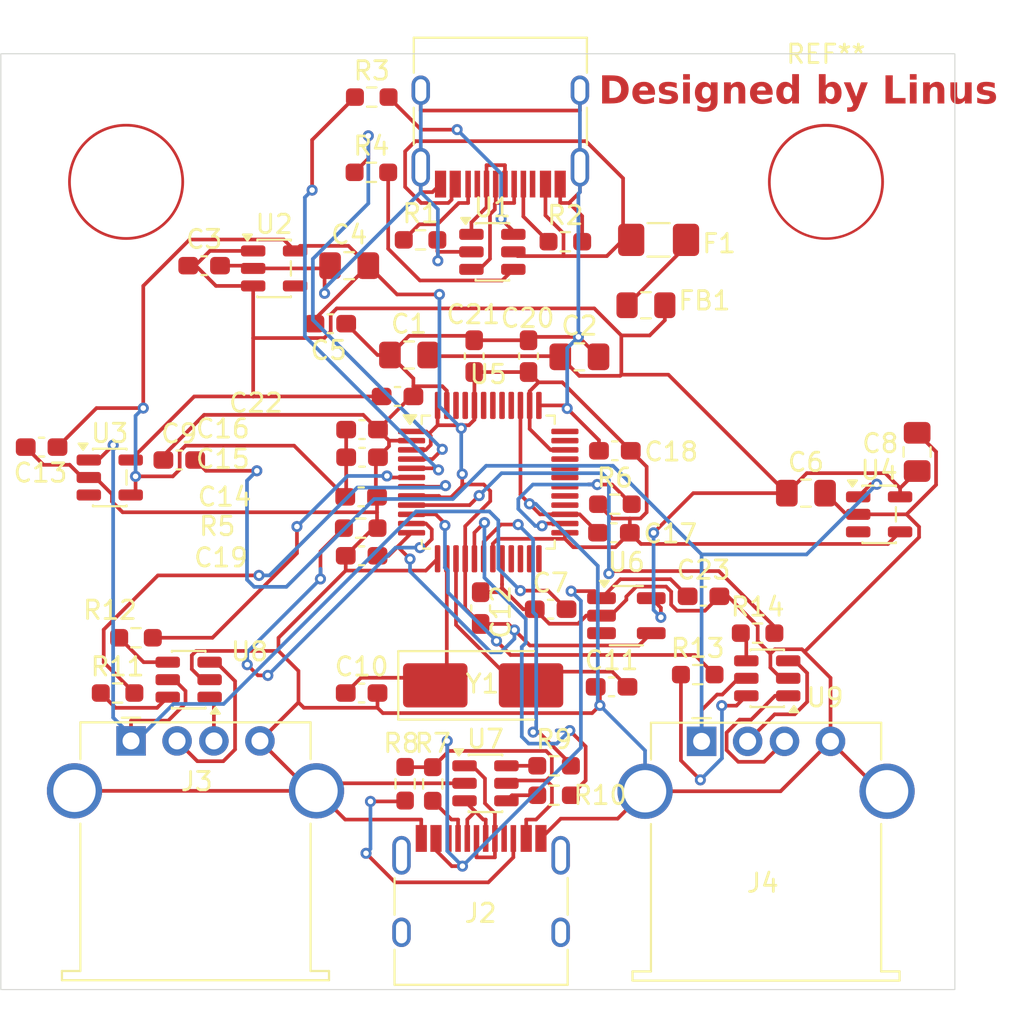
<source format=kicad_pcb>
(kicad_pcb (version 20241229) (generator "pcbnew") (generator_version "9.0")
  (layers (0 "F.Cu" signal) (2 "B.Cu" signal) (13 "F.Paste" user) (15 "B.Paste" user) (5 "F.SilkS" user "F.Silkscreen") (7 "B.SilkS" user "B.Silkscreen") (1 "F.Mask" user) (3 "B.Mask" user) (25 "Edge.Cuts" user))
  (net 0 "")
  (net 1 "GND")
  (net 2 "/VBUS_IN")
  (net 3 "/3V3")
  (net 4 "/VBUS_A1")
  (net 5 "/VBUS_A2")
  (net 6 "Net-(U5-X1)")
  (net 7 "Net-(U5-X2)")
  (net 8 "/VBUS_A3")
  (net 9 "Net-(F1-Pad2)")
  (net 10 "/VBUS_CLAMP")
  (net 11 "/USB_UP_D-")
  (net 12 "/USB_UP_D+")
  (net 13 "Net-(J1-CC1)")
  (net 14 "Net-(J1-CC2)")
  (net 19 "/USB3_D+")
  (net 22 "/USB3_D-")
  (net 23 "Net-(J2-CC2)")
  (net 26 "Net-(J2-CC1)")
  (net 27 "/USB1_D-")
  (net 28 "/USB1_D+")
  (net 29 "/USB2_D-")
  (net 30 "/USB2_D+")
  (net 31 "Net-(R3-Pad2)")
  (net 32 "/USB_UP_D+_HUB")
  (net 33 "/USB_UP_D-_HUB")
  (net 34 "Net-(R4-Pad2)")
  (net 35 "Net-(U5-RREF)")
  (net 36 "Net-(U5-RESET#)")
  (net 37 "Net-(R9-Pad1)")
  (net 38 "/USB3_D+_HUB")
  (net 39 "/USB3_D-_HUB")
  (net 40 "Net-(R10-Pad1)")
  (net 41 "Net-(R11-Pad1)")
  (net 42 "/USB1_D+_HUB")
  (net 43 "/USB1_D-_HUB")
  (net 44 "Net-(R12-Pad1)")
  (net 45 "Net-(R13-Pad1)")
  (net 46 "/USB2_D+_HUB")
  (net 47 "/USB2_D-_HUB")
  (net 48 "Net-(R14-Pad1)")
  (footprint "Connector_USB:USB_C_Receptacle_HRO_TYPE-C-31-M-12" (layer "F.Cu") (at 38.325 59.69)
    (property "Reference" "J2")
    (property "Value" "USB_C_Receptacle_USB2.0_16P")
  )
  (footprint "Capacitor_SMD:C_0603_1608Metric_Pad1.08x0.95mm_HandSolder" (layer "F.Cu") (at 31.8625 34.95)
    (property "Reference" "C15")
    (property "Value" "0.1uF")
  )
  (footprint "Connector_USB:USB_A_Stewart_SS-52100-001_Horizontal" (layer "F.Cu") (at 50.2972 50.3726)
    (property "Reference" "J4")
    (property "Value" "USB_A")
  )
  (footprint "Connector_USB:USB_A_Stewart_SS-52100-001_Horizontal" (layer "F.Cu") (at 19.3178 50.3506)
    (property "Reference" "J3")
    (property "Value" "USB_A")
  )
  (footprint "Capacitor_SMD:C_0603_1608Metric_Pad1.08x0.95mm_HandSolder" (layer "F.Cu") (at 31.8125 37.1)
    (property "Reference" "C14")
    (property "Value" "0.1uF")
  )
  (footprint "Resistor_SMD:R_0603_1608Metric_Pad0.98x0.95mm_HandSolder" (layer "F.Cu") (at 42.2875 53.3)
    (property "Reference" "R10")
    (property "Value" "27")
  )
  (footprint "Capacitor_SMD:C_0603_1608Metric_Pad1.08x0.95mm_HandSolder" (layer "F.Cu") (at 23.2875 24.55)
    (property "Reference" "C3")
    (property "Value" "1uF")
  )
  (footprint "Capacitor_SMD:C_0603_1608Metric_Pad1.08x0.95mm_HandSolder" (layer "F.Cu") (at 31.8375 47.75)
    (property "Reference" "C10")
    (property "Value" "222pF")
  )
  (footprint "Resistor_SMD:R_0603_1608Metric_Pad0.98x0.95mm_HandSolder" (layer "F.Cu") (at 32.3683 19.4835)
    (property "Reference" "R4")
    (property "Value" "27")
  )
  (footprint "Capacitor_SMD:C_0603_1608Metric_Pad1.08x0.95mm_HandSolder" (layer "F.Cu") (at 21.9375 35.1)
    (property "Reference" "C9")
    (property "Value" "0.1uF")
  )
  (footprint "Resistor_SMD:R_0603_1608Metric_Pad0.98x0.95mm_HandSolder" (layer "F.Cu") (at 34.2 52.675 90)
    (property "Reference" "R8")
    (property "Value" "5.1k")
  )
  (footprint "Resistor_SMD:R_0603_1608Metric_Pad0.98x0.95mm_HandSolder" (layer "F.Cu") (at 32.3875 15.4)
    (property "Reference" "R3")
    (property "Value" "27")
  )
  (footprint "Crystal:Crystal_SMD_5032-2Pin_5.0x3.2mm_HandSoldering" (layer "F.Cu") (at 38.4369 47.3345)
    (property "Reference" "Y1")
    (property "Value" "12MHz")
  )
  (footprint "Capacitor_SMD:C_0603_1608Metric_Pad1.08x0.95mm_HandSolder" (layer "F.Cu") (at 33.7875 31.65)
    (property "Reference" "C22")
    (property "Value" "0.1uF")
  )
  (footprint "MountingHole:MountingHole_6mm" (layer "F.Cu") (at 57.0484 20.0152)
    (property "Reference" "REF**")
    (property "Value" "MountingHole_6mm")
  )
  (footprint "Resistor_SMD:R_0603_1608Metric_Pad0.98x0.95mm_HandSolder" (layer "F.Cu") (at 35.7 52.6875 90)
    (property "Reference" "R7")
    (property "Value" "5.1k")
  )
  (footprint "Package_TO_SOT_SMD:SOT-23-5" (layer "F.Cu") (at 59.9375 38.05)
    (property "Reference" "U4")
    (property "Value" "TPS2051CDBV")
  )
  (footprint "Inductor_SMD:L_0805_2012Metric_Pad1.15x1.40mm_HandSolder" (layer "F.Cu") (at 47.275 26.7)
    (property "Reference" "FB1")
    (property "Value" "FerriteBead")
  )
  (footprint "Capacitor_SMD:C_0603_1608Metric_Pad1.08x0.95mm_HandSolder" (layer "F.Cu") (at 31.8625 33.45 180)
    (property "Reference" "C16")
    (property "Value" "0.1uF")
  )
  (footprint "Resistor_SMD:R_0603_1608Metric_Pad0.98x0.95mm_HandSolder" (layer "F.Cu") (at 53.3375 44.5)
    (property "Reference" "R14")
    (property "Value" "27")
  )
  (footprint "Capacitor_SMD:C_0805_2012Metric_Pad1.18x1.45mm_HandSolder" (layer "F.Cu") (at 55.9625 36.9)
    (property "Reference" "C6")
    (property "Value" "0.1uF")
  )
  (footprint "Package_TO_SOT_SMD:SOT-23-6" (layer "F.Cu") (at 38.9375 23.8)
    (property "Reference" "U1")
    (property "Value" "USBLC6-2SC6")
  )
  (footprint "Resistor_SMD:R_0603_1608Metric_Pad0.98x0.95mm_HandSolder" (layer "F.Cu") (at 42.2875 51.7)
    (property "Reference" "R9")
    (property "Value" "27")
  )
  (footprint "Package_TO_SOT_SMD:SOT-23-5_HandSoldering" (layer "F.Cu") (at 46.2125 43.55)
    (property "Reference" "U6")
    (property "Value" "TPS2051CDBV")
  )
  (footprint "Capacitor_SMD:C_0603_1608Metric_Pad1.08x0.95mm_HandSolder" (layer "F.Cu") (at 50.4 42.5)
    (property "Reference" "C23")
    (property "Value" "0.1uF")
  )
  (footprint "Package_TO_SOT_SMD:SOT-23-6" (layer "F.Cu") (at 38.5625 52.65)
    (property "Reference" "U7")
    (property "Value" "USBLC6-2SC6")
  )
  (footprint "Capacitor_SMD:C_0603_1608Metric_Pad1.08x0.95mm_HandSolder" (layer "F.Cu") (at 37.95 29.4625 90)
    (property "Reference" "C21")
    (property "Value" "0.1uF")
  )
  (footprint "Package_QFP:LQFP-48_7x7mm_P0.5mm" (layer "F.Cu") (at 38.7125 36.3)
    (property "Reference" "U5")
    (property "Value" "~" (hide yes))
  )
  (footprint "Capacitor_SMD:C_0603_1608Metric_Pad1.08x0.95mm_HandSolder" (layer "F.Cu") (at 31.8375 40.3)
    (property "Reference" "C19")
    (property "Value" "0.1uF")
  )
  (footprint "Capacitor_SMD:C_0603_1608Metric_Pad1.08x0.95mm_HandSolder" (layer "F.Cu") (at 45.5375 39.05)
    (property "Reference" "C17")
    (property "Value" "0.1uF")
  )
  (footprint "Capacitor_SMD:C_0603_1608Metric_Pad1.08x0.95mm_HandSolder" (layer "F.Cu") (at 40.9 29.4625 90)
    (property "Reference" "C20")
    (property "Value" "0.1uF")
  )
  (footprint "Resistor_SMD:R_0603_1608Metric_Pad0.98x0.95mm_HandSolder" (layer "F.Cu") (at 45.5875 37.5)
    (property "Reference" "R6")
    (property "Value" "10k")
  )
  (footprint "Resistor_SMD:R_0603_1608Metric_Pad0.98x0.95mm_HandSolder" (layer "F.Cu") (at 50.0875 46.75)
    (property "Reference" "R13")
    (property "Value" "27")
  )
  (footprint "Resistor_SMD:R_0603_1608Metric_Pad0.98x0.95mm_HandSolder" (layer "F.Cu") (at 42.9 23.25)
    (property "Reference" "R2")
    (property "Value" "5.1k")
  )
  (footprint "Package_TO_SOT_SMD:SOT-23-5" (layer "F.Cu") (at 18.1625 36.05)
    (property "Reference" "U3")
    (property "Value" "TPS2051CDBV")
  )
  (footprint "Capacitor_SMD:C_0603_1608Metric_Pad1.08x0.95mm_HandSolder" (layer "F.Cu") (at 38.3 43.1375 -90)
    (property "Reference" "C12")
    (property "Value" "0.1uF")
  )
  (footprint "Capacitor_SMD:C_0603_1608Metric_Pad1.08x0.95mm_HandSolder" (layer "F.Cu") (at 42.1 43.2)
    (property "Reference" "C7")
    (property "Value" "0.1uF")
  )
  (footprint "Capacitor_SMD:C_0805_2012Metric_Pad1.18x1.45mm_HandSolder" (layer "F.Cu") (at 31.1625 24.55)
    (property "Reference" "C4")
    (property "Value" "10uF")
  )
  (footprint "Capacitor_SMD:C_0603_1608Metric_Pad1.08x0.95mm_HandSolder" (layer "F.Cu") (at 30.1375 27.7)
    (property "Reference" "C5")
    (property "Value" "0.1uF")
  )
  (footprint "Resistor_SMD:R_0603_1608Metric_Pad0.98x0.95mm_HandSolder" (layer "F.Cu") (at 18.5875 47.75)
    (property "Reference" "R11")
    (property "Value" "27")
  )
  (footprint "Resistor_SMD:R_0603_1608Metric_Pad0.98x0.95mm_HandSolder" (layer "F.Cu") (at 19.5875 44.75)
    (property "Reference" "R12")
    (property "Value" "27")
  )
  (footprint "Package_TO_SOT_SMD:SOT-23-6" (layer "F.Cu") (at 53.8625 46.95 180)
    (property "Reference" "U9")
    (property "Value" "USBLC6-2SC6")
  )
  (footprint "" (layer "F.Cu") (at 19.05 20)
    (property "Reference" "")
    (property "Value" "")
  )
  (footprint "Capacitor_SMD:C_0805_2012Metric_Pad1.18x1.45mm_HandSolder" (layer "F.Cu") (at 43.6625 29.5)
    (property "Reference" "C2")
    (property "Value" "0.1")
  )
  (footprint "Capacitor_SMD:C_0805_2012Metric_Pad1.18x1.45mm_HandSolder" (layer "F.Cu") (at 34.4125 29.4)
    (property "Reference" "C1")
    (property "Value" "10")
  )
  (footprint "Capacitor_SMD:C_0603_1608Metric_Pad1.08x0.95mm_HandSolder" (layer "F.Cu") (at 45.5875 34.6)
    (property "Reference" "C18")
    (property "Value" "0.1uF")
  )
  (footprint "Capacitor_SMD:C_0603_1608Metric_Pad1.08x0.95mm_HandSolder" (layer "F.Cu") (at 14.4625 34.4 180)
    (property "Reference" "C13")
    (property "Value" "0.1uF")
  )
  (footprint "Capacitor_SMD:C_0603_1608Metric_Pad1.08x0.95mm_HandSolder" (layer "F.Cu") (at 45.4086 47.4141)
    (property "Reference" "C11")
    (property "Value" "222pF")
  )
  (footprint "Capacitor_SMD:C_0805_2012Metric_Pad1.18x1.45mm_HandSolder" (layer "F.Cu") (at 62 34.6625 90)
    (property "Reference" "C8")
    (property "Value" "0.1uF")
  )
  (footprint "Resistor_SMD:R_0603_1608Metric_Pad0.98x0.95mm_HandSolder" (layer "F.Cu") (at 35.0375 23.15)
    (property "Reference" "R1")
    (property "Value" "5.1k")
  )
  (footprint "Package_TO_SOT_SMD:SOT-23-5" (layer "F.Cu") (at 27.0875 24.7)
    (property "Reference" "U2")
    (property "Value" "AP2112K-3.3")
  )
  (footprint "Package_TO_SOT_SMD:SOT-23-6" (layer "F.Cu") (at 22.4481 47.0256 180)
    (property "Reference" "U8")
    (property "Value" "USBLC6-2SC6")
  )
  (footprint "Connector_USB:USB_C_Receptacle_HRO_TYPE-C-31-M-12" (layer "F.Cu") (at 39.37 16.077 180)
    (property "Reference" "J1" (hide yes))
    (property "Value" "USB_C_Receptacle_USB2.0_16P")
  )
  (footprint "Fuse:Fuse_1206_3216Metric_Pad1.42x1.75mm_HandSolder" (layer "F.Cu") (at 47.9625 23.15)
    (property "Reference" "F1")
    (property "Value" "Polyfuse")
  )
  (footprint "Resistor_SMD:R_0603_1608Metric_Pad0.98x0.95mm_HandSolder" (layer "F.Cu") (at 31.7875 38.8)
    (property "Reference" "R5")
    (property "Value" "12k")
  )
  (gr_circle (center 57.05 20) (end 60.1 20) (stroke (width 0.2)) (fill no) (layer "F.Cu"))
  (gr_circle (center 19.05 20) (end 22.1 20) (stroke (width 0.2)) (fill no) (layer "F.Cu"))
  (gr_rect (start 12.25 13.05) (end 64.05 63.85) (stroke (width 0.05)) (fill no) (layer "Edge.Cuts"))
  (gr_text "Designed by Linus\n" (at 44.704 16.002 0) (layer "F.Cu") (effects (font (size 1.5 1.5) (thickness 0.3) (bold yes)) (justify left bottom)))
  (segment (start 15.9846 35.3618) (end 15.9846 35.3617) (width 0.2) (layer "F.Cu") (net 1))
  (segment (start 36.4625 31.3403) (end 36.2184 31.0962) (width 0.2) (layer "F.Cu") (net 1))
  (segment (start 32.6108 37.0358) (end 32.675 37.1) (width 0.2) (layer "F.Cu") (net 1))
  (segment (start 22.6179 45.7009) (end 22.8545 45.4643) (width 0.2) (layer "F.Cu") (net 1))
  (segment (start 17.025 36.05) (end 17.3772 36.05) (width 0.2) (layer "F.Cu") (net 1))
  (segment (start 42.0257 43.9882) (end 43.5931 43.9882) (width 0.2) (layer "F.Cu") (net 1))
  (segment (start 60.0072 53.0826) (end 60.3672 53.0826) (width 0.2) (layer "F.Cu") (net 1))
  (segment (start 42.836 32.1375) (end 42.9998 32.3013) (width 0.2) (layer "F.Cu") (net 1))
  (segment (start 48.9675 43.2802) (end 48.6448 42.9575) (width 0.2) (layer "F.Cu") (net 1))
  (segment (start 32.725 33.45) (end 34.525 31.65) (width 0.2) (layer "F.Cu") (net 1))
  (segment (start 41.0828 28.4172) (end 40.9 28.6) (width 0.2) (layer "F.Cu") (net 1))
  (segment (start 34.415 28.36) (end 37.71 28.36) (width 0.2) (layer "F.Cu") (net 1))
  (segment (start 43.8125 23.25) (end 43.8125 21.8612) (width 0.2) (layer "F.Cu") (net 1))
  (segment (start 35.95 23.15) (end 35.95 23.7713) (width 0.2) (layer "F.Cu") (net 1))
  (segment (start 35.9787 23.8) (end 37.8 23.8) (width 0.2) (layer "F.Cu") (net 1))
  (segment (start 63.0277 36.4495) (end 63.0277 34.6527) (width 0.2) (layer "F.Cu") (net 1))
  (segment (start 37.71 28.36) (end 37.95 28.6) (width 0.2) (layer "F.Cu") (net 1))
  (segment (start 54.5872 53.0826) (end 57.2972 50.3726) (width 0.2) (layer "F.Cu") (net 1))
  (segment (start 15.9846 35.3617) (end 14.5617 35.3617) (width 0.2) (layer "F.Cu") (net 1))
  (segment (start 58.8 38.05) (end 58.15 38.05) (width 0.2) (layer "F.Cu") (net 1))
  (segment (start 28.4106 48.2578) (end 26.3178 50.3506) (width 0.2) (layer "F.Cu") (net 1))
  (segment (start 62.1051 38.7279) (end 61.4272 38.05) (width 0.2) (layer "F.Cu") (net 1))
  (segment (start 45.7403 54.5695) (end 47.2272 53.0826) (width 0.2) (layer "F.Cu") (net 1))
  (segment (start 34.525 31.65) (end 34.65 31.65) (width 0.2) (layer "F.Cu") (net 1))
  (segment (start 32.7 47.75) (end 32.7 48.5494) (width 0.2) (layer "F.Cu") (net 1))
  (segment (start 58.15 38.05) (end 57 36.9) (width 0.2) (layer "F.Cu") (net 1))
  (segment (start 43.6172 28.4172) (end 43.6073 28.4172) (width 0.2) (layer "F.Cu") (net 1))
  (segment (start 42.9998 32.3013) (end 44.725 34.0265) (width 0.2) (layer "F.Cu") (net 1))
  (segment (start 62.1051 39.2938) (end 62.1051 38.7279) (width 0.2) (layer "F.Cu") (net 1))
  (segment (start 31.9241 32.6491) (end 32.725 33.45) (width 0.2) (layer "F.Cu") (net 1))
  (segment (start 18.8619 37.9375) (end 32.675 37.9375) (width 0.2) (layer "F.Cu") (net 1))
  (segment (start 29.2078 53.0606) (end 29.3878 53.0606) (width 0.2) (layer "F.Cu") (net 1))
  (segment (start 16.6728 36.05) (end 15.9846 35.3618) (width 0.2) (layer "F.Cu") (net 1))
  (segment (start 28.4106 46.5519) (end 27.323 45.4643) (width 0.2) (layer "F.Cu") (net 1))
  (segment (start 46.7525 41.9727) (end 46.2125 42.5127) (width 0.2) (layer "F.Cu") (net 1))
  (segment (start 29.7984 52.65) (end 37.425 52.65) (width 0.2) (layer "F.Cu") (net 1))
  (segment (start 44.3541 48.841) (end 32.9916 48.841) (width 0.2) (layer "F.Cu") (net 1))
  (segment (start 17.025 36.05) (end 16.6728 36.05) (width 0.2) (layer "F.Cu") (net 1))
  (segment (start 44.7751 47.6431) (end 44.5461 47.4141) (width 0.2) (layer "F.Cu") (net 1))
  (segment (start 25.8 24.55) (end 25.95 24.7) (width 0.2) (layer "F.Cu") (net 1))
  (segment (start 29.975 24.7) (end 30.125 24.55) (width 0.2) (layer "F.Cu") (net 1))
  (segment (start 32.6108 35.0642) (end 32.6108 37.0358) (width 0.2) (layer "F.Cu") (net 1))
  (segment (start 30.975 40.3) (end 30.975 41.1024) (width 0.2) (layer "F.Cu") (net 1))
  (segment (start 33.325 34.05) (end 33.325 34.35) (width 0.2) (layer "F.Cu") (net 1))
  (segment (start 42.62 21.1487) (end 43.1 21.1487) (width 0.2) (layer "F.Cu") (net 1))
  (segment (start 21.075 34.8623) (end 23.2882 32.6491) (width 0.2) (layer "F.Cu") (net 1))
  (segment (start 32.725 34.95) (end 32.6108 35.0642) (width 0.2) (layer "F.Cu") (net 1))
  (segment (start 42.6505 54.5695) (end 45.7403 54.5695) (width 0.2) (layer "F.Cu") (net 1))
  (segment (start 54.0325 46.3701) (end 54.0325 45.6164) (width 0.2) (layer "F.Cu") (net 1))
  (segment (start 17.3772 36.05) (end 18.2835 36.9563) (width 0.2) (layer "F.Cu") (net 1))
  (segment (start 40.4625 36.9879) (end 40.4625 32.1375) (width 0.2) (layer "F.Cu") (net 1))
  (segment (start 35.6833 20.5587) (end 36.12 20.122) (width 0.2) (layer "F.Cu") (net 1))
  (segment (start 41.575 55.645) (end 42.6505 54.5695) (width 0.2) (layer "F.Cu") (net 1))
  (segment (start 23.5856 47.0256) (end 23.1862 47.0256) (width 0.2) (layer "F.Cu") (net 1))
  (segment (start 30.975 41.1024) (end 27.323 44.7544) (width 0.2) (layer "F.Cu") (net 1))
  (segment (start 34.65 31.65) (end 34.65 31.0962) (width 0.2) (layer "F.Cu") (net 1))
  (segment (start 32.9916 48.841) (end 32.7 48.5494) (width 0.2) (layer "F.Cu") (net 1))
  (segment (start 25.95 24.7) (end 29.8264 24.7) (width 0.2) (layer "F.Cu") (net 1))
  (segment (start 32.675 37.9375) (end 32.675 38.7875) (width 0.2) (layer "F.Cu") (net 1))
  (segment (start 32.7 38.8) (end 32.6875 38.7875) (width 0.2) (layer "F.Cu") (net 1))
  (segment (start 55.744 45.3743) (end 55.8843 45.5146) (width 0.2) (layer "F.Cu") (net 1))
  (segment (start 35.9787 23.8) (end 35.9787 24.2855) (width 0.2) (layer "F.Cu") (net 1))
  (segment (start 39.4625 40.4625) (end 39.4625 41.8268) (width 0.2) (layer "F.Cu") (net 1))
  (segment (start 44.0313 43.55) (end 44.8625 43.55) (width 0.2) (layer "F.Cu") (net 1))
  (segment (start 36.2184 31.0962) (end 34.65 31.0962) (width 0.2) (layer "F.Cu") (net 1))
  (segment (start 41.4625 32.1375) (end 42.836 32.1375) (width 0.2) (layer "F.Cu") (net 1))
  (segment (start 38.3 42.275) (end 39.2365 42.275) (width 0.2) (layer "F.Cu") (net 1))
  (segment (start 35.075 55.645) (end 35.075 54.6183) (width 0.2) (layer "F.Cu") (net 1))
  (segment (start 39.4625 41.8681) (end 39.4625 42.049) (width 0.2) (layer "F.Cu") (net 1))
  (segment (start 44.675 39.05) (end 43.675 38.05) (width 0.2) (layer "F.Cu") (net 1))
  (segment (start 40.9538 37.4792) (end 40.4625 36.9879) (width 0.2) (layer "F.Cu") (net 1))
  (segment (start 35.95 23.7713) (end 35.9787 23.8) (width 0.2) (layer "F.Cu") (net 1))
  (segment (start 54.0325 45.6164) (end 53.3441 44.928) (width 0.2) (layer "F.Cu") (net 1))
  (segment (start 22.8545 45.4643) (end 27.323 45.4643) (width 0.2) (layer "F.Cu") (net 1))
  (segment (start 43.6073 28.4172) (end 41.0828 28.4172) (width 0.2) (layer "F.Cu") (net 1))
  (segment (start 35.05 19.207) (end 35.05 20.5587) (width 0.2) (layer "F.Cu") (net 1))
  (segment (start 22.6179 46.4573) (end 22.6179 45.7009) (width 0.2) (layer "F.Cu") (net 1))
  (segment (start 46.2125 42.5127) (end 46.2125 42.691) (width 0.2) (layer "F.Cu") (net 1))
  (segment (start 55 46.95) (end 54.6124 46.95) (width 0.2) (layer "F.Cu") (net 1))
  (segment (start 54.2746 45.3743) (end 55.744 45.3743) (width 0.2) (layer "F.Cu") (net 1))
  (segment (start 23.2882 32.6491) (end 31.9241 32.6491) (width 0.2) (layer "F.Cu") (net 1))
  (segment (start 44.7751 48.42) (end 44.7751 47.6431) (width 0.2) (layer "F.Cu") (net 1))
  (segment (start 29.3878 53.0606) (end 29.7984 52.65) (width 0.2) (layer "F.Cu") (net 1))
  (segment (start 35.05 20.5587) (end 35.6833 20.5587) (width 0.2) (layer "F.Cu") (net 1))
  (segment (start 41.2375 43.2) (end 42.0257 43.9882) (width 0.2) (layer "F.Cu") (net 1))
  (segment (start 39.4625 41.8268) (end 39.4625 41.8681) (width 0.2) (layer "F.Cu") (net 1))
  (segment (start 32.7 48.5494) (end 28.7022 48.5494) (width 0.2) (layer "F.Cu") (net 1))
  (segment (start 42.62 20.122) (end 42.62 21.1487) (width 0.2) (layer "F.Cu") (net 1))
  (segment (start 57.2972 46.9275) (end 57.2972 50.3726) (width 0.2) (layer "F.Cu") (net 1))
  (segment (start 48.6448 42.9575) (end 48.6448 42.245) (width 0.2) (layer "F.Cu") (net 1))
  (segment (start 55.8843 45.5146) (end 57.2972 46.9275) (width 0.2) (layer "F.Cu") (net 1))
  (segment (start 61.4272 38.05) (end 63.0277 36.4495) (width 0.2) (layer "F.Cu") (net 1))
  (segment (start 51.2625 42.5) (end 50.4823 43.2802) (width 0.2) (layer "F.Cu") (net 1))
  (segment (start 36.4625 32.1375) (end 36.4625 31.3403) (width 0.2) (layer "F.Cu") (net 1))
  (segment (start 32.6875 38.7875) (end 32.675 38.7875) (width 0.2) (layer "F.Cu") (net 1))
  (segment (start 24.15 24.55) (end 25.8 24.55) (width 0.2) (layer "F.Cu") (net 1))
  (segment (start 28.4106 48.2578) (end 28.4106 46.5519) (width 0.2) (layer "F.Cu") (net 1))
  (segment (start 43.69 16.1287) (end 35.05 16.1287) (width 0.2) (layer "F.Cu") (net 1))
  (segment (start 43.5931 43.9882) (end 44.0313 43.55) (width 0.2) (layer "F.Cu") (net 1))
  (segment (start 28.7022 48.5494) (end 28.4106 48.2578) (width 0.2) (layer "F.Cu") (net 1))
  (segment (start 44.7751 48.42) (end 44.3541 48.841) (width 0.2) (layer "F.Cu") (net 1))
  (segment (start 31 27.7) (end 32.7 29.4) (width 0.2) (layer "F.Cu") (net 1))
  (segment (start 50.4823 43.2802) (end 48.9675 43.2802) (width 0.2) (layer "F.Cu") (net 1))
  (segment (start 35.3226 41.1024) (end 35.9625 40.4625) (width 0.2) (layer "F.Cu") (net 1))
  (segment (start 58.8 38.05) (end 61.4272 38.05) (width 0.2) (layer "F.Cu") (net 1))
  (segment (start 40.6135 43.2) (end 41.2375 43.2) (width 0.2) (layer "F.Cu") (net 1))
  (segment (start 29.0278 53.0606) (end 29.2078 53.0606) (width 0.2) (layer "F.Cu") (net 1))
  (segment (start 54.0325 45.6164) (end 54.2746 45.3743) (width 0.2) (layer "F.Cu") (net 1))
  (segment (start 34.55 34.05) (end 33.325 34.05) (width 0.2) (layer "F.Cu") (net 1))
  (segment (start 48.6448 42.245) (end 48.3725 41.9727) (width 0.2) (layer "F.Cu") (net 1))
  (segment (start 43.1 21.1487) (end 43.69 20.5587) (width 0.2) (layer "F.Cu") (net 1))
  (segment (start 63.0277 34.6527) (end 62 33.625) (width 0.2) (layer "F.Cu") (net 1))
  (segment (start 18.2835 37.3591) (end 18.8619 37.9375) (width 0.2) (layer "F.Cu") (net 1))
  (segment (start 34.65 30.675) (end 33.375 29.4) (width 0.2) (layer "F.Cu") (net 1))
  (segment (start 47.2272 53.0826) (end 54.5872 53.0826) (width 0.2) (layer "F.Cu") (net 1))
  (segment (start 44.7 29.5) (end 43.6172 28.4172) (width 0.2) (layer "F.Cu") (net 1))
  (segment (start 35.9787 24.2855) (end 35.9775 24.2867) (width 0.2) (layer "F.Cu") (net 1))
  (segment (start 43.69 15.027) (end 43.69 16.1287) (width 0.2) (layer "F.Cu") (net 1))
  (segment (start 14.5617 35.3617) (end 13.6 34.4) (width 0.2) (layer "F.Cu") (net 1))
  (segment (start 33.325 34.35) (end 32.725 34.95) (width 0.2) (layer "F.Cu") (net 1))
  (segment (start 54.6124 46.95) (end 54.0325 46.3701) (width 0.2) (layer "F.Cu") (net 1))
  (segment (start 16.2478 53.0606) (end 29.2078 53.0606) (width 0.2) (layer "F.Cu") (net 1))
  (segment (start 41.5246 38.05) (end 40.9538 37.4792) (width 0.2) (layer "F.Cu") (net 1))
  (segment (start 53.3441 44.928) (end 53.3441 44.1161) (width 0.2) (layer "F.Cu") (net 1))
  (segment (start 23.1862 47.0256) (end 22.6179 46.4573) (width 0.2) (layer "F.Cu") (net 1))
  (segment (start 34.65 31.0962) (end 34.65 30.675) (width 0.2) (layer "F.Cu") (net 1))
  (segment (start 53.3441 44.1161) (end 51.728 42.5) (width 0.2) (layer "F.Cu") (net 1))
  (segment (start 29.8264 24.7) (end 29.8264 26.0511) (width 0.2) (layer "F.Cu") (net 1))
  (segment (start 33.325 34.05) (end 32.725 33.45) (width 0.2) (layer "F.Cu") (net 1))
  (segment (start 45.3535 43.55) (end 44.8625 43.55) (width 0.2) (layer "F.Cu") (net 1))
  (segment (start 39.4625 42.049) (end 40.6135 43.2) (width 0.2) (layer "F.Cu") (net 1))
  (segment (start 44.725 34.0265) (end 44.725 34.6) (width 0.2) (layer "F.Cu") (net 1))
  (segment (start 27.323 44.7544) (end 27.323 45.4643) (width 0.2) (layer "F.Cu") (net 1))
  (segment (start 29.8264 24.7) (end 29.975 24.7) (width 0.2) (layer "F.Cu") (net 1))
  (segment (start 40.9 28.6) (end 37.95 28.6) (width 0.2) (layer "F.Cu") (net 1))
  (segment (start 32.7 29.4) (end 33.375 29.4) (width 0.2) (layer "F.Cu") (net 1))
  (segment (start 43.8125 21.8612) (end 43.1 21.1487) (width 0.2) (layer "F.Cu") (net 1))
  (segment (start 32.4875 38.7875) (end 30.975 40.3) (width 0.2) (layer "F.Cu") (net 1))
  (segment (start 29.3878 53.0606) (end 30.9455 54.6183) (width 0.2) (layer "F.Cu") (net 1))
  (segment (start 51.728 42.5) (end 51.2625 42.5) (width 0.2) (layer "F.Cu") (net 1))
  (segment (start 39.2365 42.275) (end 39.4625 42.049) (width 0.2) (layer "F.Cu") (net 1))
  (segment (start 43.69 19.207) (end 43.69 20.5587) (width 0.2) (layer "F.Cu") (net 1))
  (segment (start 48.3725 41.9727) (end 46.7525 41.9727) (width 0.2) (layer "F.Cu") (net 1))
  (segment (start 57.2972 50.3726) (end 60.0072 53.0826) (width 0.2) (layer "F.Cu") (net 1))
  (segment (start 55.8843 45.5146) (end 62.1051 39.2938) (width 0.2) (layer "F.Cu") (net 1))
  (segment (start 30.975 41.1024) (end 35.3226 41.1024) (width 0.2) (layer "F.Cu") (net 1))
  (segment (start 46.2125 42.691) (end 45.3535 43.55) (width 0.2) (layer "F.Cu") (net 1))
  (segment (start 30.9455 54.6183) (end 35.075 54.6183) (width 0.2) (layer "F.Cu") (net 1))
  (segment (start 32.675 38.7875) (end 32.4875 38.7875) (width 0.2) (layer "F.Cu") (net 1))
  (segment (start 21.075 35.1) (end 21.075 34.8623) (width 0.2) (layer "F.Cu") (net 1))
  (segment (start 32.675 37.9375) (end 32.675 37.1) (width 0.2) (layer "F.Cu") (net 1))
  (segment (start 18.2835 36.9563) (end 18.2835 37.3591) (width 0.2) (layer "F.Cu") (net 1))
  (segment (start 26.3178 50.3506) (end 29.0278 53.0606) (width 0.2) (layer "F.Cu") (net 1))
  (segment (start 35.05 15.027) (end 35.05 16.1287) (width 0.2) (layer "F.Cu") (net 1))
  (segment (start 43.675 38.05) (end 42.875 38.05) (width 0.2) (layer "F.Cu") (net 1))
  (segment (start 42.875 38.05) (end 41.5246 38.05) (width 0.2) (layer "F.Cu") (net 1))
  (segment (start 33.375 29.4) (end 34.415 28.36) (width 0.2) (layer "F.Cu") (net 1))
  (via (at 43.6073 28.4172) (size 0.6) (drill 0.3) (layers "F.Cu" "B.Cu") (net 1))
  (via (at 40.9538 37.4792) (size 0.6) (drill 0.3) (layers "F.Cu" "B.Cu") (net 1))
  (via (at 42.9998 32.3013) (size 0.6) (drill 0.3) (layers "F.Cu" "B.Cu") (net 1))
  (via (at 44.7751 48.42) (size 0.6) (drill 0.3) (layers "F.Cu" "B.Cu") (net 1))
  (via (at 35.9775 24.2867) (size 0.6) (drill 0.3) (layers "F.Cu" "B.Cu") (net 1))
  (via (at 29.8264 26.0511) (size 0.6) (drill 0.3) (layers "F.Cu" "B.Cu") (net 1))
  (segment (start 44.6609 40.8491) (end 44.6609 48.3058) (width 0.2) (layer "B.Cu") (net 1))
  (segment (start 43.6073 28.4172) (end 43.6073 20.6414) (width 0.2) (layer "B.Cu") (net 1))
  (segment (start 43.69 15.027) (end 43.69 19.207) (width 0.2) (layer "B.Cu") (net 1))
  (segment (start 29.8264 25.7823) (end 29.8264 26.0511) (width 0.2) (layer "B.Cu") (net 1))
  (segment (start 44.6609 48.3058) (end 44.7751 48.42) (width 0.2) (layer "B.Cu") (net 1))
  (segment (start 35.05 19.207) (end 35.05 20.5587) (width 0.2) (layer "B.Cu") (net 1))
  (segment (start 41.291 37.4792) (end 44.6609 40.8491) (width 0.2) (layer "B.Cu") (net 1))
  (segment (start 40.9538 37.4792) (end 41.291 37.4792) (width 0.2) (layer "B.Cu") (net 1))
  (segment (start 35.9775 24.2867) (end 35.9775 21.4862) (width 0.2) (layer "B.Cu") (net 1))
  (segment (start 42.9998 29.0247) (end 43.6073 28.4172) (width 0.2) (layer "B.Cu") (net 1))
  (segment (start 35.9775 21.4862) (end 35.05 20.5587) (width 0.2) (layer "B.Cu") (net 1))
  (segment (start 43.69 19.207) (end 43.69 20.5587) (width 0.2) (layer "B.Cu") (net 1))
  (segment (start 42.9998 32.3013) (end 42.9998 29.0247) (width 0.2) (layer "B.Cu") (net 1))
  (segment (start 47.2272 50.8721) (end 47.2272 53.0826) (width 0.2) (layer "B.Cu") (net 1))
  (segment (start 35.05 20.5587) (end 29.8264 25.7823) (width 0.2) (layer "B.Cu") (net 1))
  (segment (start 35.05 15.027) (end 35.05 19.207) (width 0.2) (layer "B.Cu") (net 1))
  (segment (start 44.7751 48.42) (end 47.2272 50.8721) (width 0.2) (layer "B.Cu") (net 1))
  (segment (start 43.6073 20.6414) (end 43.69 20.5587) (width 0.2) (layer "B.Cu") (net 1))
  (segment (start 42.5875 29.4625) (end 35.5125 29.4625) (width 0.2) (layer "F.Cu") (net 2))
  (segment (start 48.494 30.469) (end 54.925 36.9) (width 0.2) (layer "F.Cu") (net 2))
  (segment (start 48.3 27.5156) (end 47.4767 28.3389) (width 0.2) (layer "F.Cu") (net 2))
  (segment (start 30.1599 27.1985) (end 30.4863 26.8721) (width 0.2) (layer "F.Cu") (net 2))
  (segment (start 47.5625 42.6) (end 48.0856 43.1231) (width 0.2) (layer "F.Cu") (net 2))
  (segment (start 54.925 36.9) (end 49.846 36.9) (width 0.2) (layer "F.Cu") (net 2))
  (segment (start 25.95 31.65) (end 25.95 28.4799) (width 0.2) (layer "F.Cu") (net 2))
  (segment (start 47.4767 28.3389) (end 45.9391 28.3389) (width 0.2) (layer "F.Cu") (net 2))
  (segment (start 56.0104 35.8146) (end 54.925 36.9) (width 0.2) (layer "F.Cu") (net 2))
  (segment (start 22.8147 24.5345) (end 22.4405 24.5345) (width 0.2) (layer "F.Cu") (net 2))
  (segment (start 49.846 36.9) (end 47.6901 39.0559) (width 0.2) (layer "F.Cu") (net 2))
  (segment (start 62 35.7) (end 61.075 36.625) (width 0.2) (layer "F.Cu") (net 2))
  (segment (start 45.9391 30.469) (end 45.9391 28.3389) (width 0.2) (layer "F.Cu") (net 2))
  (segment (start 25.95 25.65) (end 23.9302 25.65) (width 0.2) (layer "F.Cu") (net 2))
  (segment (start 35.5125 29.4625) (end 35.45 29.4) (width 0.2) (layer "F.Cu") (net 2))
  (segment (start 44.4723 26.8721) (end 45.9391 28.3389) (width 0.2) (layer "F.Cu") (net 2))
  (segment (start 19.3 35.1) (end 22.75 31.65) (width 0.2) (layer "F.Cu") (net 2))
  (segment (start 30.4863 26.8721) (end 44.4723 26.8721) (width 0.2) (layer "F.Cu") (net 2))
  (segment (start 42.625 29.5) (end 43.6564 30.5314) (width 0.2) (layer "F.Cu") (net 2))
  (segment (start 60.2646 35.8146) (end 56.0104 35.8146) (width 0.2) (layer "F.Cu") (net 2))
  (segment (start 22.8147 24.5345) (end 23.5992 23.75) (width 0.2) (layer "F.Cu") (net 2))
  (segment (start 22.75 31.65) (end 25.95 31.65) (width 0.2) (layer "F.Cu") (net 2))
  (segment (start 43.6564 30.5314) (end 45.8767 30.5314) (width 0.2) (layer "F.Cu") (net 2))
  (segment (start 45.8767 30.5314) (end 45.9391 30.469) (width 0.2) (layer "F.Cu") (net 2))
  (segment (start 42.625 29.5) (end 42.5875 29.4625) (width 0.2) (layer "F.Cu") (net 2))
  (segment (start 48.0856 43.1231) (end 48.0856 43.6392) (width 0.2) (layer "F.Cu") (net 2))
  (segment (start 25.95 28.4799) (end 25.95 25.65) (width 0.2) (layer "F.Cu") (net 2))
  (segment (start 23.5992 23.75) (end 25.95 23.75) (width 0.2) (layer "F.Cu") (net 2))
  (segment (start 29.8095 28.4799) (end 30.1599 28.1295) (width 0.2) (layer "F.Cu") (net 2))
  (segment (start 25.95 31.65) (end 32.925 31.65) (width 0.2) (layer "F.Cu") (net 2))
  (segment (start 45.9391 30.469) (end 48.494 30.469) (width 0.2) (layer "F.Cu") (net 2))
  (segment (start 25.95 28.4799) (end 29.8095 28.4799) (width 0.2) (layer "F.Cu") (net 2))
  (segment (start 22.4405 24.5345) (end 22.425 24.55) (width 0.2) (layer "F.Cu") (net 2))
  (segment (start 61.075 36.625) (end 60.2646 35.8146) (width 0.2) (layer "F.Cu") (net 2))
  (segment (start 48.3 26.7) (end 48.3 27.5156) (width 0.2) (layer "F.Cu") (net 2))
  (segment (start 23.9302 25.65) (end 22.8147 24.5345) (width 0.2) (layer "F.Cu") (net 2))
  (segment (start 30.1599 28.1295) (end 30.1599 27.1985) (width 0.2) (layer "F.Cu") (net 2))
  (segment (start 61.075 36.625) (end 61.075 37.1) (width 0.2) (layer "F.Cu") (net 2))
  (via (at 47.6901 39.0559) (size 0.6) (drill 0.3) (layers "F.Cu" "B.Cu") (net 2))
  (via (at 48.0856 43.6392) (size 0.6) (drill 0.3) (layers "F.Cu" "B.Cu") (net 2))
  (segment (start 48.0856 43.6392) (end 47.6901 43.2437) (width 0.2) (layer "B.Cu") (net 2))
  (segment (start 47.6901 43.2437) (end 47.6901 39.0559) (width 0.2) (layer "B.Cu") (net 2))
  (segment (start 32.2 24.55) (end 29.275 27.475) (width 0.2) (layer "F.Cu") (net 3))
  (segment (start 38.822 37.3342) (end 37.4625 38.6937) (width 0.2) (layer "F.Cu") (net 3))
  (segment (start 17.4427 32.2823) (end 15.325 34.4) (width 0.2) (layer "F.Cu") (net 3))
  (segment (start 41.4456 30.8838) (end 40.9 30.3382) (width 0.2) (layer "F.Cu") (net 3))
  (segment (start 39.2302 39.3776) (end 38.9625 39.6453) (width 0.2) (layer "F.Cu") (net 3))
  (segment (start 40.9625 33.4149) (end 40.9625 32.1375) (width 0.2) (layer "F.Cu") (net 3))
  (segment (start 35.3206 34.55) (end 35.5921 34.2785) (width 0.2) (layer "F.Cu") (net 3))
  (segment (start 33.763 26.113) (end 32.2 24.55) (width 0.2) (layer "F.Cu") (net 3))
  (segment (start 40.9741 45.1683) (end 40.1346 44.3288) (width 0.2) (layer "F.Cu") (net 3))
  (segment (start 37.3018 35.8604) (end 37.2476 35.8604) (width 0.2) (layer "F.Cu") (net 3))
  (segment (start 28.1724 34.3224) (end 22.2762 34.3224) (width 0.2) (layer "F.Cu") (net 3))
  (segment (start 37.2476 33.2143) (end 35.9625 33.2143) (width 0.2) (layer "F.Cu") (net 3))
  (segment (start 47.0076 39.6576) (end 60.4174 39.6576) (width 0.2) (layer "F.Cu") (net 3))
  (segment (start 40.9 30.3382) (end 40.9 30.325) (width 0.2) (layer "F.Cu") (net 3))
  (segment (start 42.875 34.55) (end 42.0976 34.55) (width 0.2) (layer "F.Cu") (net 3))
  (segment (start 45.6161 39.8339) (end 43.3313 39.8339) (width 0.2) (layer "F.Cu") (net 3))
  (segment (start 22.2762 34.3224) (end 21.9599 34.6387) (width 0.2) (layer "F.Cu") (net 3))
  (segment (start 32.2 24.55) (end 31.126 23.476) (width 0.2) (layer "F.Cu") (net 3))
  (segment (start 47.5625 44.5) (end 46.8942 45.1683) (width 0.2) (layer "F.Cu") (net 3))
  (segment (start 39.8058 44) (end 38.3 44) (width 0.2) (layer "F.Cu") (net 3))
  (segment (start 37.3018 36.4314) (end 37.3018 36.5147) (width 0.2) (layer "F.Cu") (net 3))
  (segment (start 31 37.05) (end 30.95 37.1) (width 0.2) (layer "F.Cu") (net 3))
  (segment (start 29.275 27.475) (end 29.275 27.7) (width 0.2) (layer "F.Cu") (net 3))
  (segment (start 40.1346 44.3288) (end 39.8058 44) (width 0.2) (layer "F.Cu") (net 3))
  (segment (start 30.95 37.1) (end 28.1724 34.3224) (width 0.2) (layer "F.Cu") (net 3))
  (segment (start 37.2476 35.8604) (end 37.3018 35.8604) (width 0.2) (layer "F.Cu") (net 3))
  (segment (start 40.9625 31.3669) (end 40.9625 32.1375) (width 0.2) (layer "F.Cu") (net 3))
  (segment (start 37.3018 36.4314) (end 38.4695 36.4314) (width 0.2) (layer "F.Cu") (net 3))
  (segment (start 35.347 33.55) (end 34.55 33.55) (width 0.2) (layer "F.Cu") (net 3))
  (segment (start 35.9625 32.1375) (end 35.9625 33.2143) (width 0.2) (layer "F.Cu") (net 3))
  (segment (start 33.3 40.3) (end 32.7 40.3) (width 0.2) (layer "F.Cu") (net 3))
  (segment (start 21.5865 35.9886) (end 19.5637 35.9886) (width 0.2) (layer "F.Cu") (net 3))
  (segment (start 34.55 39.05) (end 33.7947 39.8053) (width 0.2) (layer "F.Cu") (net 3))
  (segment (start 37.95 30.325) (end 40.9 30.325) (width 0.2) (layer "F.Cu") (net 3))
  (segment (start 38.9625 39.6453) (end 38.9625 40.4625) (width 0.2) (layer "F.Cu") (net 3))
  (segment (start 42.875 39.3776) (end 42.875 39.05) (width 0.2) (layer "F.Cu") (net 3))
  (segment (start 34.4672 40.4762) (end 34.4656 40.4762) (width 0.2) (layer "F.Cu") (net 3))
  (segment (start 35.4869 33.6899) (end 35.347 33.55) (width 0.2) (layer "F.Cu") (net 3))
  (segment (start 42.875 39.3776) (end 39.2302 39.3776) (width 0.2) (layer "F.Cu") (net 3))
  (segment (start 34.4656 40.4762) (end 33.7947 39.8053) (width 0.2) (layer "F.Cu") (net 3))
  (segment (start 37.95 30.325) (end 37.9625 30.3375) (width 0.2) (layer "F.Cu") (net 3))
  (segment (start 42.7338 30.8838) (end 46.45 34.6) (width 0.2) (layer "F.Cu") (net 3))
  (segment (start 35.9625 33.2143) (end 35.4869 33.6899) (width 0.2) (layer "F.Cu") (net 3))
  (segment (start 38.4695 36.4314) (end 38.822 36.7839) (width 0.2) (layer "F.Cu") (net 3))
  (segment (start 36.1143 37.1275) (end 36.0368 37.05) (width 0.2) (layer "F.Cu") (net 3))
  (segment (start 37.9625 30.3375) (end 37.9625 32.1375) (width 0.2) (layer "F.Cu") (net 3))
  (segment (start 19.9823 32.2823) (end 19.9823 25.6494) (width 0.2) (layer "F.Cu") (net 3))
  (segment (start 46.4 38.2776) (end 46.9738 38.2776) (width 0.2) (layer "F.Cu") (net 3))
  (segment (start 46.4 38.2776) (end 46.4 39.05) (width 0.2) (layer "F.Cu") (net 3))
  (segment (start 22.5002 23.1315) (end 27.6065 23.1315) (width 0.2) (layer "F.Cu") (net 3))
  (segment (start 36.0368 37.05) (end 34.55 37.05) (width 0.2) (layer "F.Cu") (net 3))
  (segment (start 34.4656 40.4762) (end 34.4672 40.4762) (width 0.2) (layer "F.Cu") (net 3))
  (segment (start 21.9599 34.6387) (end 21.9599 35.6152) (width 0.2) (layer "F.Cu") (net 3))
  (segment (start 43.3313 39.8339) (end 42.875 39.3776) (width 0.2) (layer "F.Cu") (net 3))
  (segment (start 28.499 23.476) (end 28.225 23.75) (width 0.2) (layer "F.Cu") (net 3))
  (segment (start 37.9625 32.1375) (end 37.9625 32.9124) (width 0.2) (layer "F.Cu") (net 3))
  (segment (start 37.4625 43.1625) (end 37.4625 40.4625) (width 0.2) (layer "F.Cu") (net 3))
  (segment (start 31 34.95) (end 31 33.45) (width 0.2) (layer "F.Cu") (net 3))
  (segment (start 47.3141 35.4641) (end 46.45 34.6) (width 0.2) (layer "F.Cu") (net 3))
  (segment (start 45.4526 38.2776) (end 46.4 38.2776) (width 0.2) (layer "F.Cu") (net 3))
  (segment (start 37.3018 36.5147) (end 36.689 37.1275) (width 0.2) (layer "F.Cu") (net 3))
  (segment (start 38.3 44) (end 37.4625 43.1625) (width 0.2) (layer "F.Cu") (net 3))
  (segment (start 46.8942 45.1683) (end 40.9741 45.1683) (width 0.2) (layer "F.Cu") (net 3))
  (segment (start 19.9823 32.2823) (end 17.4427 32.2823) (width 0.2) (layer "F.Cu") (net 3))
  (segment (start 37.3018 35.8604) (end 37.3018 36.4314) (width 0.2) (layer "F.Cu") (net 3))
  (segment (start 46.9738 38.2776) (end 47.3141 37.9373) (width 0.2) (layer "F.Cu") (net 3))
  (segment (start 46.4 39.05) (end 47.0076 39.6576) (width 0.2) (layer "F.Cu") (net 3))
  (segment (start 35.5921 33.7951) (end 35.4869 33.6899) (width 0.2) (layer "F.Cu") (net 3))
  (segment (start 31.126 23.476) (end 28.499 23.476) (width 0.2) (layer "F.Cu") (net 3))
  (segment (start 38.822 36.7839) (end 38.822 37.3342) (width 0.2) (layer "F.Cu") (net 3))
  (segment (start 19.5637 36.7363) (end 19.5637 35.9886) (width 0.2) (layer "F.Cu") (net 3))
  (segment (start 34.55 34.55) (end 35.3206 34.55) (width 0.2) (layer "F.Cu") (net 3))
  (segment (start 60.4174 39.6576) (end 61.075 39) (width 0.2) (layer "F.Cu") (net 3))
  (segment (start 27.6065 23.1315) (end 28.225 23.75) (width 0.2) (layer "F.Cu") (net 3))
  (segment (start 46.4 39.05) (end 45.6161 39.8339) (width 0.2) (layer "F.Cu") (net 3))
  (segment (start 37.4625 38.6937) (end 37.4625 40.4625) (width 0.2) (layer "F.Cu") (net 3))
  (segment (start 21.9599 35.6152) (end 21.5865 35.9886) (width 0.2) (layer "F.Cu") (net 3))
  (segment (start 19.9823 25.6494) (end 22.5002 23.1315) (width 0.2) (layer "F.Cu") (net 3))
  (segment (start 41.4456 30.8838) (end 42.7338 30.8838) (width 0.2) (layer "F.Cu") (net 3))
  (segment (start 41.4456 30.8838) (end 40.9625 31.3669) (width 0.2) (layer "F.Cu") (net 3))
  (segment (start 36.0636 26.113) (end 33.763 26.113) (width 0.2) (layer "F.Cu") (net 3))
  (segment (start 31 34.95) (end 31 37.05) (width 0.2) (layer "F.Cu") (net 3))
  (segment (start 42.0976 34.55) (end 40.9625 33.4149) (width 0.2) (layer "F.Cu") (net 3))
  (segment (start 35.5921 34.2785) (end 35.5921 33.7951) (width 0.2) (layer "F.Cu") (net 3))
  (segment (start 44.675 37.5) (end 45.4526 38.2776) (width 0.2) (layer "F.Cu") (net 3))
  (segment (start 19.3 37) (end 19.5637 36.7363) (width 0.2) (layer "F.Cu") (net 3))
  (segment (start 36.689 37.1275) (end 36.1143 37.1275) (width 0.2) (layer "F.Cu") (net 3))
  (segment (start 37.9625 32.9124) (end 37.6606 33.2143) (width 0.2) (layer "F.Cu") (net 3))
  (segment (start 37.2476 33.2143) (end 37.2476 33.3775) (width 0.2) (layer "F.Cu") (net 3))
  (segment (start 47.3141 37.9373) (end 47.3141 35.4641) (width 0.2) (layer "F.Cu") (net 3))
  (segment (start 37.6606 33.2143) (end 37.2476 33.2143) (width 0.2) (layer "F.Cu") (net 3))
  (segment (start 33.7947 39.8053) (end 33.3 40.3) (width 0.2) (layer "F.Cu") (net 3))
  (via (at 19.5637 35.9886) (size 0.6) (drill 0.3) (layers "F.Cu" "B.Cu") (net 3))
  (via (at 19.9823 32.2823) (size 0.6) (drill 0.3) (layers "F.Cu" "B.Cu") (net 3))
  (via (at 37.3018 35.8604) (size 0.6) (drill 0.3) (layers "F.Cu" "B.Cu") (net 3))
  (via (at 34.4656 40.4762) (size 0.6) (drill 0.3) (layers "F.Cu" "B.Cu") (net 3))
  (via (at 40.1346 44.3288) (size 0.6) (drill 0.3) (layers "F.Cu" "B.Cu") (net 3))
  (via (at 37.2476 33.3775) (size 0.6) (drill 0.3) (layers "F.Cu" "B.Cu") (net 3))
  (via (at 36.0636 26.113) (size 0.6) (drill 0.3) (layers "F.Cu" "B.Cu") (net 3))
  (segment (start 37.2476 35.8604) (end 37.3018 35.8604) (width 0.2) (layer "B.Cu") (net 3))
  (segment (start 34.4656 41.1447) (end 34.4656 40.4762) (width 0.2) (layer "B.Cu") (net 3))
  (segment (start 36.0636 26.113) (end 36.0636 32.1935) (width 0.2) (layer "B.Cu") (net 3))
  (segment (start 19.5637 32.7009) (end 19.9823 32.2823) (width 0.2) (layer "B.Cu") (net 3))
  (segment (start 40.1346 44.3288) (end 40.1346 44.8049) (width 0.2) (layer "B.Cu") (net 3))
  (segment (start 37.2476 35.8062) (end 37.2476 33.3775) (width 0.2) (layer "B.Cu") (net 3))
  (segment (start 37.3018 35.8604) (end 37.2476 35.8604) (width 0.2) (layer "B.Cu") (net 3))
  (segment (start 34.4672 40.4762) (end 34.4656 40.4762) (width 0.2) (layer "B.Cu") (net 3))
  (segment (start 39.3981 45.5414) (end 38.8623 45.5414) (width 0.2) (layer "B.Cu") (net 3))
  (segment (start 34.4656 40.4762) (end 34.4672 40.4762) (width 0.2) (layer "B.Cu") (net 3))
  (segment (start 36.0636 32.1935) (end 37.2476 33.3775) (width 0.2) (layer "B.Cu") (net 3))
  (segment (start 40.1346 44.8049) (end 39.3981 45.5414) (width 0.2) (layer "B.Cu") (net 3))
  (segment (start 19.5637 35.9886) (end 19.5637 32.7009) (width 0.2) (layer "B.Cu") (net 3))
  (segment (start 38.8623 45.5414) (end 34.4656 41.1447) (width 0.2) (layer "B.Cu") (net 3))
  (segment (start 37.3018 35.8604) (end 37.2476 35.8062) (width 0.2) (layer "B.Cu") (net 3))
  (segment (start 21.6629 47.0257) (end 21.3106 47.0257) (width 0.2) (layer "F.Cu") (net 4))
  (segment (start 22.2754 48.313) (end 22.2754 47.6382) (width 0.2) (layer "F.Cu") (net 4))
  (segment (start 41.9546 42.1921) (end 40.4564 42.1921) (width 0.2) (layer "F.Cu") (net 4))
  (segment (start 21.3395 49.2489) (end 22.2754 48.313) (width 0.2) (layer "F.Cu") (net 4))
  (segment (start 19.3178 49.2489) (end 21.3395 49.2489) (width 0.2) (layer "F.Cu") (net 4))
  (segment (start 21.3106 47.0257) (end 21.3106 47.0256) (width 0.2) (layer "F.Cu") (net 4))
  (segment (start 42.9625 43.2) (end 41.9546 42.1921) (width 0.2) (layer "F.Cu") (net 4))
  (segment (start 22.2754 47.6382) (end 21.6629 47.0257) (width 0.2) (layer "F.Cu") (net 4))
  (segment (start 18.3468 34.2937) (end 17.5405 35.1) (width 0.2) (layer "F.Cu") (net 4))
  (segment (start 17.5405 35.1) (end 17.025 35.1) (width 0.2) (layer "F.Cu") (net 4))
  (segment (start 19.3178 50.3506) (end 19.3178 49.2489) (width 0.2) (layer "F.Cu") (net 4))
  (via (at 40.4564 42.1921) (size 0.6) (drill 0.3) (layers "F.Cu" "B.Cu") (net 4))
  (via (at 18.3468 34.2937) (size 0.6) (drill 0.3) (layers "F.Cu" "B.Cu") (net 4))
  (segment (start 21.6229 48.3419) (end 19.6142 50.3506) (width 0.2) (layer "B.Cu") (net 4))
  (segment (start 19.6142 50.3506) (end 18.3468 49.0832) (width 0.2) (layer "B.Cu") (net 4))
  (segment (start 39.2612 38.3774) (end 38.7768 37.893) (width 0.2) (layer "B.Cu") (net 4))
  (segment (start 18.3468 49.0832) (end 18.3468 34.2937) (width 0.2) (layer "B.Cu") (net 4))
  (segment (start 39.2612 40.9969) (end 39.2612 38.3774) (width 0.2) (layer "B.Cu") (net 4))
  (segment (start 19.3178 50.3506) (end 19.6142 50.3506) (width 0.2) (layer "B.Cu") (net 4))
  (segment (start 40.4564 42.1921) (end 39.2612 40.9969) (width 0.2) (layer "B.Cu") (net 4))
  (segment (start 38.7768 37.893) (end 34.7954 37.893) (width 0.2) (layer "B.Cu") (net 4))
  (segment (start 24.3465 48.3419) (end 21.6229 48.3419) (width 0.2) (layer "B.Cu") (net 4))
  (segment (start 34.7954 37.893) (end 24.3465 48.3419) (width 0.2) (layer "B.Cu") (net 4))
  (segment (start 40.4564 42.0656) (end 40.4564 42.1921) (width 0.2) (layer "B.Cu") (net 4))
  (segment (start 40.4564 42.1921) (end 40.4564 42.0656) (width 0.2) (layer "B.Cu") (net 4))
  (segment (start 26.15 35.6862) (end 23.3862 35.6862) (width 0.2) (layer "F.Cu") (net 5))
  (segment (start 52.3055 46.95) (end 51.4223 47.8332) (width 0.2) (layer "F.Cu") (net 5))
  (segment (start 51.4223 47.8332) (end 51.1416 47.8332) (width 0.2) (layer "F.Cu") (net 5))
  (segment (start 51.1416 47.8332) (end 50.2972 48.6776) (width 0.2) (layer "F.Cu") (net 5))
  (segment (start 59.4837 36.4163) (end 58.8 37.1) (width 0.2) (layer "F.Cu") (net 5))
  (segment (start 52.725 46.95) (end 52.3055 46.95) (width 0.2) (layer "F.Cu") (net 5))
  (segment (start 59.807 36.4163) (end 59.4837 36.4163) (width 0.2) (layer "F.Cu") (net 5))
  (segment (start 23.3862 35.6862) (end 22.8 35.1) (width 0.2) (layer "F.Cu") (net 5))
  (segment (start 50.2972 48.6776) (end 50.2972 50.3726) (width 0.2) (layer "F.Cu") (net 5))
  (via (at 26.15 35.6862) (size 0.6) (drill 0.3) (layers "F.Cu" "B.Cu") (net 5))
  (via (at 59.807 36.4163) (size 0.6) (drill 0.3) (layers "F.Cu" "B.Cu") (net 5))
  (segment (start 50.2972 40.2272) (end 55.9961 40.2272) (width 0.2) (layer "B.Cu") (net 5))
  (segment (start 26.0032 41.9855) (end 25.6148 41.5971) (width 0.2) (layer "B.Cu") (net 5))
  (segment (start 45.4848 35.4148) (end 38.5987 35.4148) (width 0.2) (layer "B.Cu") (net 5))
  (segment (start 36.7955 37.218) (end 32.5205 37.218) (width 0.2) (layer "B.Cu") (net 5))
  (segment (start 38.5987 35.4148) (end 36.7955 37.218) (width 0.2) (layer "B.Cu") (net 5))
  (segment (start 32.5205 37.218) (end 27.753 41.9855) (width 0.2) (layer "B.Cu") (net 5))
  (segment (start 27.753 41.9855) (end 26.0032 41.9855) (width 0.2) (layer "B.Cu") (net 5))
  (segment (start 55.9961 40.2272) (end 59.807 36.4163) (width 0.2) (layer "B.Cu") (net 5))
  (segment (start 25.6148 36.2214) (end 26.15 35.6862) (width 0.2) (layer "B.Cu") (net 5))
  (segment (start 25.6148 41.5971) (end 25.6148 36.2214) (width 0.2) (layer "B.Cu") (net 5))
  (segment (start 50.2972 40.2272) (end 45.4848 35.4148) (width 0.2) (layer "B.Cu") (net 5))
  (segment (start 50.2972 50.3726) (end 50.2972 40.2272) (width 0.2) (layer "B.Cu") (net 5))
  (segment (start 36.4625 46.2963) (end 35.8369 46.9219) (width 0.2) (layer "F.Cu") (net 6))
  (segment (start 31.8031 46.9219) (end 35.8369 46.9219) (width 0.2) (layer "F.Cu") (net 6))
  (segment (start 30.975 47.75) (end 31.8031 46.9219) (width 0.2) (layer "F.Cu") (net 6))
  (segment (start 36.4625 40.4625) (end 36.4625 46.2963) (width 0.2) (layer "F.Cu") (net 6))
  (segment (start 35.8369 46.9219) (end 35.8369 47.3345) (width 0.2) (layer "F.Cu") (net 6))
  (segment (start 41.0369 47.3345) (end 40.2471 47.3345) (width 0.2) (layer "F.Cu") (net 7))
  (segment (start 41.781 46.5904) (end 45.4474 46.5904) (width 0.2) (layer "F.Cu") (net 7))
  (segment (start 45.4474 46.5904) (end 46.2711 47.4141) (width 0.2) (layer "F.Cu") (net 7))
  (segment (start 36.9625 44.0499) (end 36.9625 40.4625) (width 0.2) (layer "F.Cu") (net 7))
  (segment (start 40.2471 47.3345) (end 36.9625 44.0499) (width 0.2) (layer "F.Cu") (net 7))
  (segment (start 41.0369 47.3345) (end 41.781 46.5904) (width 0.2) (layer "F.Cu") (net 7))
  (segment (start 36.4876 50.8931) (end 41.8542 50.8931) (width 0.2) (layer "F.Cu") (net 8))
  (segment (start 49.5375 42.5) (end 48.6085 41.571) (width 0.2) (layer "F.Cu") (net 8))
  (segment (start 40.775 55.645) (end 40.775 54.6183) (width 0.2) (layer "F.Cu") (net 8))
  (segment (start 44.8625 42.6) (end 44.4798 42.2173) (width 0.2) (layer "F.Cu") (net 8))
  (segment (start 42.1651 51.204) (end 42.1651 52.203) (width 0.2) (layer "F.Cu") (net 8))
  (segment (start 40.775 54.6183) (end 41.3085 54.6183) (width 0.2) (layer "F.Cu") (net 8))
  (segment (start 41.8681 52.5) (end 39.85 52.5) (width 0.2) (layer "F.Cu") (net 8))
  (segment (start 42.1701 52.802) (end 41.8681 52.5) (width 0.2) (layer "F.Cu") (net 8))
  (segment (start 35.7 51.775) (end 34.2125 51.775) (width 0.2) (layer "F.Cu") (net 8))
  (segment (start 45.8915 41.571) (end 44.8625 42.6) (width 0.2) (layer "F.Cu") (net 8))
  (segment (start 36.7331 57.1482) (end 37.3125 57.1482) (width 0.2) (layer "F.Cu") (net 8))
  (segment (start 36.4876 50.9874) (end 36.4876 50.8931) (width 0.2) (layer "F.Cu") (net 8))
  (segment (start 42.1651 52.203) (end 41.8681 52.5) (width 0.2) (layer "F.Cu") (net 8))
  (segment (start 42.1701 53.7567) (end 42.1701 52.802) (width 0.2) (layer "F.Cu") (net 8))
  (segment (start 35.7 51.775) (end 36.4876 50.9874) (width 0.2) (layer "F.Cu") (net 8))
  (segment (start 41.3085 54.6183) (end 42.1701 53.7567) (width 0.2) (layer "F.Cu") (net 8))
  (segment (start 35.875 56.2901) (end 36.7331 57.1482) (width 0.2) (layer "F.Cu") (net 8))
  (segment (start 34.2125 51.775) (end 34.2 51.7625) (width 0.2) (layer "F.Cu") (net 8))
  (segment (start 44.4798 42.2173) (end 43.2128 42.2173) (width 0.2) (layer "F.Cu") (net 8))
  (segment (start 48.6085 41.571) (end 45.8915 41.571) (width 0.2) (layer "F.Cu") (net 8))
  (segment (start 39.85 52.5) (end 39.7 52.65) (width 0.2) (layer "F.Cu") (net 8))
  (segment (start 41.8542 50.8931) (end 42.1651 51.204) (width 0.2) (layer "F.Cu") (net 8))
  (segment (start 35.875 55.645) (end 35.875 56.2901) (width 0.2) (layer "F.Cu") (net 8))
  (segment (start 36.4876 50.8931) (end 36.4876 50.3502) (width 0.2) (layer "F.Cu") (net 8))
  (via (at 37.3125 57.1482) (size 0.6) (drill 0.3) (layers "F.Cu" "B.Cu") (net 8))
  (via (at 43.2128 42.2173) (size 0.6) (drill 0.3) (layers "F.Cu" "B.Cu") (net 8))
  (via (at 36.4876 50.3502) (size 0.6) (drill 0.3) (layers "F.Cu" "B.Cu") (net 8))
  (segment (start 43.743 50.7177) (end 43.743 42.7475) (width 0.2) (layer "B.Cu") (net 8))
  (segment (start 36.4876 56.3233) (end 36.4876 50.3502) (width 0.2) (layer "B.Cu") (net 8))
  (segment (start 43.743 42.7475) (end 43.2128 42.2173) (width 0.2) (layer "B.Cu") (net 8))
  (segment (start 37.3125 57.1482) (end 43.743 50.7177) (width 0.2) (layer "B.Cu") (net 8))
  (segment (start 37.3125 57.1482) (end 36.4876 56.3233) (width 0.2) (layer "B.Cu") (net 8))
  (segment (start 46.25 26.7) (end 49.45 23.5) (width 0.2) (layer "F.Cu") (net 9))
  (segment (start 49.45 23.5) (end 49.45 23.15) (width 0.2) (layer "F.Cu") (net 9))
  (segment (start 44.0188 17.7921) (end 46.0344 19.8077) (width 0.2) (layer "F.Cu") (net 10))
  (segment (start 36.7217 20.972) (end 36.545 21.1487) (width 0.2) (layer "F.Cu") (net 10))
  (segment (start 41.82 21.8212) (end 42.7996 22.8008) (width 0.2) (layer "F.Cu") (net 10))
  (segment (start 46.0344 23.15) (end 45.1532 24.0312) (width 0.2) (layer "F.Cu") (net 10))
  (segment (start 46.475 23.15) (end 46.0344 23.15) (width 0.2) (layer "F.Cu") (net 10))
  (segment (start 34.7539 17.7921) (end 44.0188 17.7921) (width 0.2) (layer "F.Cu") (net 10))
  (segment (start 34.2004 20.2778) (end 34.2004 18.3456) (width 0.2) (layer "F.Cu") (net 10))
  (segment (start 46.0344 19.8077) (end 46.0344 23.15) (width 0.2) (layer "F.Cu") (net 10))
  (segment (start 34.2004 18.3456) (end 34.7539 17.7921) (width 0.2) (layer "F.Cu") (net 10))
  (segment (start 45.1532 24.0312) (end 42.7996 24.0312) (width 0.2) (layer "F.Cu") (net 10))
  (segment (start 36.92 20.122) (end 36.7217 20.3203) (width 0.2) (layer "F.Cu") (net 10))
  (segment (start 36.7217 20.3203) (end 36.7217 20.972) (width 0.2) (layer "F.Cu") (net 10))
  (segment (start 42.7996 22.8008) (end 42.7996 24.0312) (width 0.2) (layer "F.Cu") (net 10))
  (segment (start 40.3062 24.0312) (end 40.075 23.8) (width 0.2) (layer "F.Cu") (net 10))
  (segment (start 41.82 20.122) (end 41.82 21.8212) (width 0.2) (layer "F.Cu") (net 10))
  (segment (start 36.545 21.1487) (end 35.0713 21.1487) (width 0.2) (layer "F.Cu") (net 10))
  (segment (start 35.0713 21.1487) (end 34.2004 20.2778) (width 0.2) (layer "F.Cu") (net 10))
  (segment (start 42.7996 24.0312) (end 40.3062 24.0312) (width 0.2) (layer "F.Cu") (net 10))
  (segment (start 38.2388 24.75) (end 37.8 24.75) (width 0.2) (layer "F.Cu") (net 11))
  (segment (start 40.12 20.122) (end 40.12 21.1487) (width 0.2) (layer "F.Cu") (net 11))
  (segment (start 39.0702 21.4998) (end 38.8084 21.7616) (width 0.2) (layer "F.Cu") (net 11))
  (segment (start 39.12 21.1487) (end 40.12 21.1487) (width 0.2) (layer "F.Cu") (net 11))
  (segment (start 39.12 20.122) (end 39.12 21.1487) (width 0.2) (layer "F.Cu") (net 11))
  (segment (start 39.0702 21.1985) (end 39.0702 21.4998) (width 0.2) (layer "F.Cu") (net 11))
  (segment (start 38.8084 24.1804) (end 38.2388 24.75) (width 0.2) (layer "F.Cu") (net 11))
  (segment (start 38.8084 21.7616) (end 38.8084 24.1804) (width 0.2) (layer "F.Cu") (net 11))
  (segment (start 39.12 21.1487) (end 39.0702 21.1985) (width 0.2) (layer "F.Cu") (net 11))
  (segment (start 38.62 20.122) (end 38.62 19.0953) (width 0.2) (layer "F.Cu") (net 12))
  (segment (start 37.8 22.202) (end 37.8 22.85) (width 0.2) (layer "F.Cu") (net 12))
  (segment (start 38.62 20.122) (end 38.62 21.382) (width 0.2) (layer "F.Cu") (net 12))
  (segment (start 38.62 19.0953) (end 39.62 19.0953) (width 0.2) (layer "F.Cu") (net 12))
  (segment (start 38.62 21.382) (end 37.8 22.202) (width 0.2) (layer "F.Cu") (net 12))
  (segment (start 39.62 20.122) (end 39.62 19.0953) (width 0.2) (layer "F.Cu") (net 12))
  (segment (start 40.62 21.8825) (end 40.62 20.122) (width 0.2) (layer "F.Cu") (net 13))
  (segment (start 41.9875 23.25) (end 40.62 21.8825) (width 0.2) (layer "F.Cu") (net 13))
  (segment (start 36.9467 21.315) (end 37.113 21.1487) (width 0.2) (layer "F.Cu") (net 14))
  (segment (start 37.62 20.122) (end 37.62 21.1487) (width 0.2) (layer "F.Cu") (net 14))
  (segment (start 34.9705 22.3045) (end 35.9572 22.3045) (width 0.2) (layer "F.Cu") (net 14))
  (segment (start 36.9467 21.315) (end 37.113 21.1487) (width 0.2) (layer "F.Cu") (net 14))
  (segment (start 37.113 21.1487) (end 37.62 21.1487) (width 0.2) (layer "F.Cu") (net 14))
  (segment (start 34.125 23.15) (end 34.9705 22.3045) (width 0.2) (layer "F.Cu") (net 14))
  (segment (start 35.9572 22.3045) (end 36.9467 21.315) (width 0.2) (layer "F.Cu") (net 14))
  (segment (start 39.075 56.1583) (end 39.075 56.6717) (width 0.2) (layer "F.Cu") (net 19))
  (segment (start 39.075 55.645) (end 39.075 54.2772) (width 0.2) (layer "F.Cu") (net 19))
  (segment (start 39.075 56.1583) (end 39.075 55.645) (width 0.2) (layer "F.Cu") (net 19))
  (segment (start 38.5352 52.3896) (end 37.8456 51.7) (width 0.2) (layer "F.Cu") (net 19))
  (segment (start 39.075 56.6717) (end 38.075 56.6717) (width 0.2) (layer "F.Cu") (net 19))
  (segment (start 39.075 54.2772) (end 38.5352 53.7374) (width 0.2) (layer "F.Cu") (net 19))
  (segment (start 37.8456 51.7) (end 37.425 51.7) (width 0.2) (layer "F.Cu") (net 19))
  (segment (start 38.5352 53.7374) (end 38.5352 52.3896) (width 0.2) (layer "F.Cu") (net 19))
  (segment (start 38.075 55.645) (end 38.075 56.6717) (width 0.2) (layer "F.Cu") (net 19))
  (segment (start 38.4433 54.6183) (end 38.0092 54.1841) (width 0.2) (layer "F.Cu") (net 22))
  (segment (start 38.0092 54.1841) (end 37.575 54.6183) (width 0.2) (layer "F.Cu") (net 22))
  (segment (start 38.0092 54.1841) (end 37.425 53.6) (width 0.2) (layer "F.Cu") (net 22))
  (segment (start 38.575 55.645) (end 38.575 54.6183) (width 0.2) (layer "F.Cu") (net 22))
  (segment (start 38.575 54.6183) (end 38.4433 54.6183) (width 0.2) (layer "F.Cu") (net 22))
  (segment (start 37.575 55.645) (end 37.575 54.6183) (width 0.2) (layer "F.Cu") (net 22))
  (segment (start 33.654 58.0265) (end 38.7202 58.0265) (width 0.2) (layer "F.Cu") (net 23))
  (segment (start 34.1534 53.6341) (end 32.3185 53.6341) (width 0.2) (layer "F.Cu") (net 23))
  (segment (start 32.0775 56.45) (end 33.654 58.0265) (width 0.2) (layer "F.Cu") (net 23))
  (segment (start 40.075 55.645) (end 40.075 56.6717) (width 0.2) (layer "F.Cu") (net 23))
  (segment (start 34.2 53.5875) (end 34.1534 53.6341) (width 0.2) (layer "F.Cu") (net 23))
  (segment (start 38.7202 58.0265) (end 40.075 56.6717) (width 0.2) (layer "F.Cu") (net 23))
  (via (at 32.3185 53.6341) (size 0.6) (drill 0.3) (layers "F.Cu" "B.Cu") (net 23))
  (via (at 32.0775 56.45) (size 0.6) (drill 0.3) (layers "F.Cu" "B.Cu") (net 23))
  (segment (start 32.3185 56.209) (end 32.0775 56.45) (width 0.2) (layer "B.Cu") (net 23))
  (segment (start 32.3185 53.6341) (end 32.3185 56.209) (width 0.2) (layer "B.Cu") (net 23))
  (segment (start 37.075 54.6183) (end 36.7183 54.6183) (width 0.2) (layer "F.Cu") (net 26))
  (segment (start 36.7183 54.6183) (end 35.7 53.6) (width 0.2) (layer "F.Cu") (net 26))
  (segment (start 37.075 55.645) (end 37.075 54.6183) (width 0.2) (layer "F.Cu") (net 26))
  (segment (start 22.9195 51.4523) (end 21.8178 50.3506) (width 0.2) (layer "F.Cu") (net 27))
  (segment (start 24.3271 51.4523) (end 22.9195 51.4523) (width 0.2) (layer "F.Cu") (net 27))
  (segment (start 24.9669 47.1047) (end 24.9669 50.8125) (width 0.2) (layer "F.Cu") (net 27))
  (segment (start 24.9669 50.8125) (end 24.3271 51.4523) (width 0.2) (layer "F.Cu") (net 27))
  (segment (start 23.9378 46.0756) (end 24.9669 47.1047) (width 0.2) (layer "F.Cu") (net 27))
  (segment (start 23.5856 46.0756) (end 23.9378 46.0756) (width 0.2) (layer "F.Cu") (net 27))
  (segment (start 23.8178 50.3506) (end 23.8178 48.2078) (width 0.2) (layer "F.Cu") (net 28))
  (segment (start 23.8178 48.2078) (end 23.5856 47.9756) (width 0.2) (layer "F.Cu") (net 28))
  (segment (start 55.3507 48.907) (end 54.2628 48.907) (width 0.2) (layer "F.Cu") (net 29))
  (segment (start 56.0272 48.2305) (end 55.3507 48.907) (width 0.2) (layer "F.Cu") (net 29))
  (segment (start 55.3612 46) (end 56.0272 46.666) (width 0.2) (layer "F.Cu") (net 29))
  (segment (start 54.2628 48.907) (end 52.7972 50.3726) (width 0.2) (layer "F.Cu") (net 29))
  (segment (start 55 46) (end 55.3612 46) (width 0.2) (layer "F.Cu") (net 29))
  (segment (start 56.0272 46.666) (end 56.0272 48.2305) (width 0.2) (layer "F.Cu") (net 29))
  (segment (start 54.2875 47.9) (end 52.9932 49.1943) (width 0.2) (layer "F.Cu") (net 30))
  (segment (start 52.3605 49.1943) (end 51.6564 49.8984) (width 0.2) (layer "F.Cu") (net 30))
  (segment (start 55 47.9) (end 54.2875 47.9) (width 0.2) (layer "F.Cu") (net 30))
  (segment (start 51.6564 50.8515) (end 52.2886 51.4837) (width 0.2) (layer "F.Cu") (net 30))
  (segment (start 51.6564 49.8984) (end 51.6564 50.8515) (width 0.2) (layer "F.Cu") (net 30))
  (segment (start 53.6861 51.4837) (end 54.7972 50.3726) (width 0.2) (layer "F.Cu") (net 30))
  (segment (start 52.9932 49.1943) (end 52.3605 49.1943) (width 0.2) (layer "F.Cu") (net 30))
  (segment (start 52.2886 51.4837) (end 53.6861 51.4837) (width 0.2) (layer "F.Cu") (net 30))
  (segment (start 40.075 22.6756) (end 40.075 22.85) (width 0.2) (layer "F.Cu") (net 31))
  (segment (start 39.4101 22.0107) (end 40.075 22.6756) (width 0.2) (layer "F.Cu") (net 31))
  (segment (start 35.0669 17.1669) (end 37.0238 17.1669) (width 0.2) (layer "F.Cu") (net 31))
  (segment (start 33.3 15.4) (end 35.0669 17.1669) (width 0.2) (layer "F.Cu") (net 31))
  (via (at 39.4101 22.0107) (size 0.6) (drill 0.3) (layers "F.Cu" "B.Cu") (net 31))
  (via (at 37.0238 17.1669) (size 0.6) (drill 0.3) (layers "F.Cu" "B.Cu") (net 31))
  (segment (start 39.4101 19.5532) (end 37.0238 17.1669) (width 0.2) (layer "B.Cu") (net 31))
  (segment (start 39.4101 22.0107) (end 39.4101 19.5532) (width 0.2) (layer "B.Cu") (net 31))
  (segment (start 31.475 15.4) (end 29.15 17.725) (width 0.2) (layer "F.Cu") (net 32))
  (segment (start 34.55 35.55) (end 35.9256 35.55) (width 0.2) (layer "F.Cu") (net 32))
  (segment (start 35.9256 35.55) (end 36.0127 35.6371) (width 0.2) (layer "F.Cu") (net 32))
  (segment (start 29.15 17.725) (end 29.15 20.45) (width 0.2) (layer "F.Cu") (net 32))
  (via (at 29.15 20.45) (size 0.6) (drill 0.3) (layers "F.Cu" "B.Cu") (net 32))
  (via (at 36.0127 35.6371) (size 0.6) (drill 0.3) (layers "F.Cu" "B.Cu") (net 32))
  (segment (start 28.7572 28.3816) (end 36.0127 35.6371) (width 0.2) (layer "B.Cu") (net 32))
  (segment (start 29.15 20.45) (end 28.7572 20.8428) (width 0.2) (layer "B.Cu") (net 32))
  (segment (start 28.7572 20.8428) (end 28.7572 28.3816) (width 0.2) (layer "B.Cu") (net 32))
  (segment (start 35.6883 35.05) (end 36.2196 34.5187) (width 0.2) (layer "F.Cu") (net 33))
  (segment (start 32.2021 17.502) (end 32.2021 18.7372) (width 0.2) (layer "F.Cu") (net 33))
  (segment (start 32.2021 18.7372) (end 31.4558 19.4835) (width 0.2) (layer "F.Cu") (net 33))
  (segment (start 34.55 35.05) (end 35.6883 35.05) (width 0.2) (layer "F.Cu") (net 33))
  (via (at 36.2196 34.5187) (size 0.6) (drill 0.3) (layers "F.Cu" "B.Cu") (net 33))
  (via (at 32.2021 17.502) (size 0.6) (drill 0.3) (layers "F.Cu" "B.Cu") (net 33))
  (segment (start 29.1909 27.49) (end 29.1909 24.1835) (width 0.2) (layer "B.Cu") (net 33))
  (segment (start 29.1909 24.1835) (end 32.2021 21.1723) (width 0.2) (layer "B.Cu") (net 33))
  (segment (start 36.2196 34.5187) (end 29.1909 27.49) (width 0.2) (layer "B.Cu") (net 33))
  (segment (start 32.2021 21.1723) (end 32.2021 17.502) (width 0.2) (layer "B.Cu") (net 33))
  (segment (start 40.075 24.75) (end 39.4711 25.3539) (width 0.2) (layer "F.Cu") (net 34))
  (segment (start 35.0013 25.3539) (end 33.2808 23.6334) (width 0.2) (layer "F.Cu") (net 34))
  (segment (start 39.4711 25.3539) (end 35.0013 25.3539) (width 0.2) (layer "F.Cu") (net 34))
  (segment (start 33.2808 23.6334) (end 33.2808 19.4835) (width 0.2) (layer "F.Cu") (net 34))
  (segment (start 25.627 46.2102) (end 26.21 46.7932) (width 0.2) (layer "F.Cu") (net 35))
  (segment (start 35.1889 39.8569) (end 35.0021 39.8569) (width 0.2) (layer "F.Cu") (net 35))
  (segment (start 29.6035 40.0715) (end 29.6035 41.5563) (width 0.2) (layer "F.Cu") (net 35))
  (segment (start 35.6474 39.3984) (end 35.6474 38.8682) (width 0.2) (layer "F.Cu") (net 35))
  (segment (start 35.6474 38.8682) (end 35.3292 38.55) (width 0.2) (layer "F.Cu") (net 35))
  (segment (start 35.1889 39.8569) (end 35.6474 39.3984) (width 0.2) (layer "F.Cu") (net 35))
  (segment (start 25.627 46.2102) (end 25.6271 46.2102) (width 0.2) (layer "F.Cu") (net 35))
  (segment (start 25.6271 46.2102) (end 25.627 46.2102) (width 0.2) (layer "F.Cu") (net 35))
  (segment (start 29.6035 41.5563) (end 29.6035 41.0066) (width 0.2) (layer "F.Cu") (net 35))
  (segment (start 30.875 38.8) (end 29.6035 40.0715) (width 0.2) (layer "F.Cu") (net 35))
  (segment (start 26.8761 46.7932) (end 26.746 46.7932) (width 0.2) (layer "F.Cu") (net 35))
  (segment (start 26.746 46.7932) (end 26.8761 46.7932) (width 0.2) (layer "F.Cu") (net 35))
  (segment (start 29.6035 41.0066) (end 29.6035 41.5563) (width 0.2) (layer "F.Cu") (net 35))
  (segment (start 35.3292 38.55) (end 34.55 38.55) (width 0.2) (layer "F.Cu") (net 35))
  (segment (start 26.21 46.7932) (end 26.746 46.7932) (width 0.2) (layer "F.Cu") (net 35))
  (via (at 29.6035 41.5563) (size 0.6) (drill 0.3) (layers "F.Cu" "B.Cu") (net 35))
  (via (at 35.0021 39.8569) (size 0.6) (drill 0.3) (layers "F.Cu" "B.Cu") (net 35))
  (via (at 26.746 46.7932) (size 0.6) (drill 0.3) (layers "F.Cu" "B.Cu") (net 35))
  (via (at 25.627 46.2102) (size 0.6) (drill 0.3) (layers "F.Cu" "B.Cu") (net 35))
  (segment (start 29.6035 41.5563) (end 25.6271 45.5327) (width 0.2) (layer "B.Cu") (net 35))
  (segment (start 26.8761 46.7932) (end 26.746 46.7932) (width 0.2) (layer "B.Cu") (net 35))
  (segment (start 25.6271 45.5327) (end 25.6271 46.2102) (width 0.2) (layer "B.Cu") (net 35))
  (segment (start 33.6823 39.8569) (end 35.0021 39.8569) (width 0.2) (layer "B.Cu") (net 35))
  (segment (start 29.6035 41.5563) (end 29.6035 41.0066) (width 0.2) (layer "B.Cu") (net 35))
  (segment (start 26.746 46.7932) (end 33.6823 39.8569) (width 0.2) (layer "B.Cu") (net 35))
  (segment (start 25.627 46.2102) (end 25.6271 46.2102) (width 0.2) (layer "B.Cu") (net 35))
  (segment (start 26.746 46.7932) (end 26.8761 46.7932) (width 0.2) (layer "B.Cu") (net 35))
  (segment (start 29.6035 41.0066) (end 29.6035 41.5563) (width 0.2) (layer "B.Cu") (net 35))
  (segment (start 25.6271 46.2102) (end 25.627 46.2102) (width 0.2) (layer "B.Cu") (net 35))
  (segment (start 25.6271 46.2102) (end 25.627 46.2102) (width 0.2) (layer "B.Cu") (net 35))
  (segment (start 41.7593 38.55) (end 41.6351 38.6742) (width 0.2) (layer "F.Cu") (net 36))
  (segment (start 41.6351 38.6742) (end 41.2635 38.6742) (width 0.2) (layer "F.Cu") (net 36))
  (segment (start 46.5 37.5) (end 45.4332 36.4332) (width 0.2) (layer "F.Cu") (net 36))
  (segment (start 42.875 38.55) (end 41.7593 38.55) (width 0.2) (layer "F.Cu") (net 36))
  (segment (start 44.1385 36.4332) (end 44.6314 36.4332) (width 0.2) (layer "F.Cu") (net 36))
  (segment (start 45.4332 36.4332) (end 44.6314 36.4332) (width 0.2) (layer "F.Cu") (net 36))
  (segment (start 44.6314 36.4332) (end 44.1385 36.4332) (width 0.2) (layer "F.Cu") (net 36))
  (segment (start 41.2635 38.6742) (end 41.6351 38.6742) (width 0.2) (layer "F.Cu") (net 36))
  (via (at 41.6351 38.6742) (size 0.6) (drill 0.3) (layers "F.Cu" "B.Cu") (net 36))
  (via (at 44.6314 36.4332) (size 0.6) (drill 0.3) (layers "F.Cu" "B.Cu") (net 36))
  (segment (start 41.1344 36.4332) (end 40.3464 37.2212) (width 0.2) (layer "B.Cu") (net 36))
  (segment (start 40.3464 37.7571) (end 41.2635 38.6742) (width 0.2) (layer "B.Cu") (net 36))
  (segment (start 41.2635 38.6742) (end 41.6351 38.6742) (width 0.2) (layer "B.Cu") (net 36))
  (segment (start 44.6314 36.4332) (end 44.1385 36.4332) (width 0.2) (layer "B.Cu") (net 36))
  (segment (start 44.6314 36.4332) (end 41.1344 36.4332) (width 0.2) (layer "B.Cu") (net 36))
  (segment (start 44.1385 36.4332) (end 44.6314 36.4332) (width 0.2) (layer "B.Cu") (net 36))
  (segment (start 41.6351 38.6742) (end 41.2635 38.6742) (width 0.2) (layer "B.Cu") (net 36))
  (segment (start 40.3464 37.2212) (end 40.3464 37.7571) (width 0.2) (layer "B.Cu") (net 36))
  (segment (start 41.2635 38.6742) (end 41.6351 38.6742) (width 0.2) (layer "B.Cu") (net 36))
  (segment (start 39.7 51.7) (end 41.375 51.7) (width 0.2) (layer "F.Cu") (net 37))
  (segment (start 43.2 51.6176) (end 43.2 51.7) (width 0.2) (layer "F.Cu") (net 38))
  (segment (start 39.4032 38.6035) (end 40.3361 38.6035) (width 0.2) (layer "F.Cu") (net 38))
  (segment (start 38.4625 39.5442) (end 39.4032 38.6035) (width 0.2) (layer "F.Cu") (net 38))
  (segment (start 40.3377 38.6035) (end 40.3361 38.6035) (width 0.2) (layer "F.Cu") (net 38))
  (segment (start 38.4625 40.4625) (end 38.4625 39.5442) (width 0.2) (layer "F.Cu") (net 38))
  (segment (start 41.15 49.8715) (end 41.4539 49.8715) (width 0.2) (layer "F.Cu") (net 38))
  (segment (start 40.3361 38.6035) (end 40.3377 38.6035) (width 0.2) (layer "F.Cu") (net 38))
  (segment (start 41.3852 49.8715) (end 41.15 49.8715) (width 0.2) (layer "F.Cu") (net 38))
  (segment (start 41.4539 49.8715) (end 43.2 51.6176) (width 0.2) (layer "F.Cu") (net 38))
  (segment (start 41.15 49.8715) (end 41.3852 49.8715) (width 0.2) (layer "F.Cu") (net 38))
  (via (at 41.15 49.8715) (size 0.6) (drill 0.3) (layers "F.Cu" "B.Cu") (net 38))
  (via (at 40.3361 38.6035) (size 0.6) (drill 0.3) (layers "F.Cu" "B.Cu") (net 38))
  (segment (start 40.3377 38.6035) (end 40.3361 38.6035) (width 0.2) (layer "B.Cu") (net 38))
  (segment (start 40.3361 38.6035) (end 40.3377 38.6035) (width 0.2) (layer "B.Cu") (net 38))
  (segment (start 41.15 43.3606) (end 41.15 39.4174) (width 0.2) (layer "B.Cu") (net 38))
  (segment (start 41.15 39.4174) (end 40.3361 38.6035) (width 0.2) (layer "B.Cu") (net 38))
  (segment (start 41.15 49.8715) (end 41.3163 49.7052) (width 0.2) (layer "B.Cu") (net 38))
  (segment (start 41.3163 43.5269) (end 41.15 43.3606) (width 0.2) (layer "B.Cu") (net 38))
  (segment (start 41.3163 49.7052) (end 41.3163 43.5269) (width 0.2) (layer "B.Cu") (net 38))
  (segment (start 41.15 49.8715) (end 41.3852 49.8715) (width 0.2) (layer "B.Cu") (net 38))
  (segment (start 41.3163 43.5269) (end 41.15 43.3606) (width 0.2) (layer "B.Cu") (net 38))
  (segment (start 41.3852 49.8715) (end 41.15 49.8715) (width 0.2) (layer "B.Cu") (net 38))
  (segment (start 44.0022 50.6499) (end 43.1413 49.789) (width 0.2) (layer "F.Cu") (net 39))
  (segment (start 43.2 53.3) (end 44.0022 52.4978) (width 0.2) (layer "F.Cu") (net 39))
  (segment (start 38.5072 38.6273) (end 38.5072 38.4998) (width 0.2) (layer "F.Cu") (net 39))
  (segment (start 38.5072 38.4998) (end 37.9625 39.0445) (width 0.2) (layer "F.Cu") (net 39))
  (segment (start 43.1413 49.789) (end 42.4353 49.789) (width 0.2) (layer "F.Cu") (net 39))
  (segment (start 44.0022 52.4978) (end 44.0022 50.6499) (width 0.2) (layer "F.Cu") (net 39))
  (segment (start 37.9625 39.0445) (end 37.9625 40.4625) (width 0.2) (layer "F.Cu") (net 39))
  (segment (start 42.4353 49.789) (end 43.1413 49.789) (width 0.2) (layer "F.Cu") (net 39))
  (segment (start 38.5072 38.4998) (end 38.5072 38.6273) (width 0.2) (layer "F.Cu") (net 39))
  (via (at 38.5072 38.4998) (size 0.6) (drill 0.3) (layers "F.Cu" "B.Cu") (net 39))
  (via (at 43.1413 49.789) (size 0.6) (drill 0.3) (layers "F.Cu" "B.Cu") (net 39))
  (segment (start 42.4353 50.495) (end 40.9102 50.495) (width 0.2) (layer "B.Cu") (net 39))
  (segment (start 40.7498 43.7285) (end 38.5072 41.4859) (width 0.2) (layer "B.Cu") (net 39))
  (segment (start 40.5348 50.1196) (end 40.5348 45.2428) (width 0.2) (layer "B.Cu") (net 39))
  (segment (start 40.7498 45.0278) (end 40.7498 43.7285) (width 0.2) (layer "B.Cu") (net 39))
  (segment (start 38.5072 41.4859) (end 38.5072 38.4998) (width 0.2) (layer "B.Cu") (net 39))
  (segment (start 40.9102 50.495) (end 40.5348 50.1196) (width 0.2) (layer "B.Cu") (net 39))
  (segment (start 38.5072 38.4998) (end 38.5072 38.6273) (width 0.2) (layer "B.Cu") (net 39))
  (segment (start 40.5348 45.2428) (end 40.7498 45.0278) (width 0.2) (layer "B.Cu") (net 39))
  (segment (start 42.4353 49.789) (end 43.1413 49.789) (width 0.2) (layer "B.Cu") (net 39))
  (segment (start 43.1413 49.789) (end 42.4353 49.789) (width 0.2) (layer "B.Cu") (net 39))
  (segment (start 38.5072 38.6273) (end 38.5072 38.4998) (width 0.2) (layer "B.Cu") (net 39))
  (segment (start 43.1413 49.789) (end 42.4353 50.495) (width 0.2) (layer "B.Cu") (net 39))
  (segment (start 41.375 53.3) (end 40 53.3) (width 0.2) (layer "F.Cu") (net 40))
  (segment (start 40 53.3) (end 39.7 53.6) (width 0.2) (layer "F.Cu") (net 40))
  (segment (start 21.3106 47.9756) (end 20.7332 48.553) (width 0.2) (layer "F.Cu") (net 41))
  (segment (start 20.7332 48.553) (end 18.478 48.553) (width 0.2) (layer "F.Cu") (net 41))
  (segment (start 18.478 48.553) (end 17.675 47.75) (width 0.2) (layer "F.Cu") (net 41))
  (segment (start 20.7768 41.3654) (end 26.2654 41.3654) (width 0.2) (layer "F.Cu") (net 42))
  (segment (start 36.3325 36.55) (end 36.3909 36.4916) (width 0.2) (layer "F.Cu") (net 42))
  (segment (start 17.8348 46.0848) (end 17.8348 44.3074) (width 0.2) (layer "F.Cu") (net 42))
  (segment (start 19.5 47.75) (end 17.8348 46.0848) (width 0.2) (layer "F.Cu") (net 42))
  (segment (start 17.8348 44.3074) (end 20.7768 41.3654) (width 0.2) (layer "F.Cu") (net 42))
  (segment (start 34.55 36.55) (end 36.3325 36.55) (width 0.2) (layer "F.Cu") (net 42))
  (via (at 36.3909 36.4916) (size 0.6) (drill 0.3) (layers "F.Cu" "B.Cu") (net 42))
  (via (at 26.2654 41.3654) (size 0.6) (drill 0.3) (layers "F.Cu" "B.Cu") (net 42))
  (segment (start 36.286 36.5965) (end 31.6022 36.5965) (width 0.2) (layer "B.Cu") (net 42))
  (segment (start 36.3909 36.4916) (end 36.286 36.5965) (width 0.2) (layer "B.Cu") (net 42))
  (segment (start 31.6022 36.5965) (end 26.8333 41.3654) (width 0.2) (layer "B.Cu") (net 42))
  (segment (start 26.8333 41.3654) (end 26.2654 41.3654) (width 0.2) (layer "B.Cu") (net 42))
  (segment (start 33.2971 36.05) (end 33.2137 35.9666) (width 0.2) (layer "F.Cu") (net 43))
  (segment (start 23.7382 44.75) (end 28.3257 40.1625) (width 0.2) (layer "F.Cu") (net 43))
  (segment (start 20.5 44.75) (end 23.7382 44.75) (width 0.2) (layer "F.Cu") (net 43))
  (segment (start 28.3257 40.1625) (end 28.3257 38.7132) (width 0.2) (layer "F.Cu") (net 43))
  (segment (start 34.55 36.05) (end 33.2971 36.05) (width 0.2) (layer "F.Cu") (net 43))
  (via (at 33.2137 35.9666) (size 0.6) (drill 0.3) (layers "F.Cu" "B.Cu") (net 43))
  (via (at 28.3257 38.7132) (size 0.6) (drill 0.3) (layers "F.Cu" "B.Cu") (net 43))
  (segment (start 31.0723 35.9666) (end 33.2137 35.9666) (width 0.2) (layer "B.Cu") (net 43))
  (segment (start 28.3257 38.7132) (end 31.0723 35.9666) (width 0.2) (layer "B.Cu") (net 43))
  (segment (start 18.675 44.75) (end 20.0006 46.0756) (width 0.2) (layer "F.Cu") (net 44))
  (segment (start 20.0006 46.0756) (end 21.3106 46.0756) (width 0.2) (layer "F.Cu") (net 44))
  (segment (start 49.175 51.4111) (end 50.2302 52.4663) (width 0.2) (layer "F.Cu") (net 45))
  (segment (start 49.175 46.75) (end 49.175 51.4111) (width 0.2) (layer "F.Cu") (net 45))
  (segment (start 51.3907 48.4349) (end 52.1901 48.4349) (width 0.2) (layer "F.Cu") (net 45))
  (segment (start 52.1901 48.4349) (end 52.725 47.9) (width 0.2) (layer "F.Cu") (net 45))
  (via (at 50.2302 52.4663) (size 0.6) (drill 0.3) (layers "F.Cu" "B.Cu") (net 45))
  (via (at 51.3907 48.4349) (size 0.6) (drill 0.3) (layers "F.Cu" "B.Cu") (net 45))
  (segment (start 50.2302 52.4663) (end 51.4022 51.2943) (width 0.2) (layer "B.Cu") (net 45))
  (segment (start 51.4022 48.4464) (end 51.3907 48.4349) (width 0.2) (layer "B.Cu") (net 45))
  (segment (start 51.4022 51.2943) (end 51.4022 48.4464) (width 0.2) (layer "B.Cu") (net 45))
  (segment (start 35.8619 38.05) (end 36.3607 38.5488) (width 0.2) (layer "F.Cu") (net 46))
  (segment (start 39.9224 45.6848) (end 49.9348 45.6848) (width 0.2) (layer "F.Cu") (net 46))
  (segment (start 36.3607 38.5488) (end 36.3607 38.6521) (width 0.2) (layer "F.Cu") (net 46))
  (segment (start 49.9348 45.6848) (end 51 46.75) (width 0.2) (layer "F.Cu") (net 46))
  (segment (start 39.1606 44.923) (end 39.9224 45.6848) (width 0.2) (layer "F.Cu") (net 46))
  (segment (start 34.55 38.05) (end 35.8619 38.05) (width 0.2) (layer "F.Cu") (net 46))
  (via (at 36.3607 38.6521) (size 0.6) (drill 0.3) (layers "F.Cu" "B.Cu") (net 46))
  (via (at 39.1606 44.923) (size 0.6) (drill 0.3) (layers "F.Cu" "B.Cu") (net 46))
  (segment (start 36.527 41.107) (end 36.3607 40.9407) (width 0.2) (layer "B.Cu") (net 46))
  (segment (start 36.527 41.107) (end 36.3607 40.9407) (width 0.2) (layer "B.Cu") (net 46))
  (segment (start 36.3607 40.9407) (end 36.3607 38.6521) (width 0.2) (layer "B.Cu") (net 46))
  (segment (start 36.527 42.2894) (end 36.527 41.107) (width 0.2) (layer "B.Cu") (net 46))
  (segment (start 36.3607 38.6521) (end 36.3607 38.5488) (width 0.2) (layer "B.Cu") (net 46))
  (segment (start 39.1606 44.923) (end 36.527 42.2894) (width 0.2) (layer "B.Cu") (net 46))
  (segment (start 38.2203 37.0331) (end 37.7034 37.55) (width 0.2) (layer "F.Cu") (net 47))
  (segment (start 54.25 44.1451) (end 54.25 44.5) (width 0.2) (layer "F.Cu") (net 47))
  (segment (start 37.7034 37.55) (end 34.55 37.55) (width 0.2) (layer "F.Cu") (net 47))
  (segment (start 45.2626 41.2672) (end 45.3981 41.1317) (width 0.2) (layer "F.Cu") (net 47))
  (segment (start 45.3981 41.1317) (end 45.2626 41.2672) (width 0.2) (layer "F.Cu") (net 47))
  (segment (start 45.3981 41.1317) (end 51.2366 41.1317) (width 0.2) (layer "F.Cu") (net 47))
  (segment (start 45.2626 41.2672) (end 45.3981 41.1317) (width 0.2) (layer "F.Cu") (net 47))
  (segment (start 51.2366 41.1317) (end 54.25 44.1451) (width 0.2) (layer "F.Cu") (net 47))
  (via (at 45.2626 41.2672) (size 0.6) (drill 0.3) (layers "F.Cu" "B.Cu") (net 47))
  (via (at 38.2203 37.0331) (size 0.6) (drill 0.3) (layers "F.Cu" "B.Cu") (net 47))
  (segment (start 45.3981 41.1317) (end 45.2626 41.2672) (width 0.2) (layer "B.Cu") (net 47))
  (segment (start 44.8914 35.8165) (end 45.2626 36.1877) (width 0.2) (layer "B.Cu") (net 47))
  (segment (start 38.2203 37.0331) (end 39.4369 35.8165) (width 0.2) (layer "B.Cu") (net 47))
  (segment (start 45.2626 36.1877) (end 45.2626 41.2672) (width 0.2) (layer "B.Cu") (net 47))
  (segment (start 39.4369 35.8165) (end 44.8914 35.8165) (width 0.2) (layer "B.Cu") (net 47))
  (segment (start 45.2626 41.2672) (end 45.3981 41.1317) (width 0.2) (layer "B.Cu") (net 47))
  (segment (start 52.425 44.5) (end 52.725 44.8) (width 0.2) (layer "F.Cu") (net 48))
  (segment (start 52.725 44.8) (end 52.725 46) (width 0.2) (layer "F.Cu") (net 48))
)
</source>
